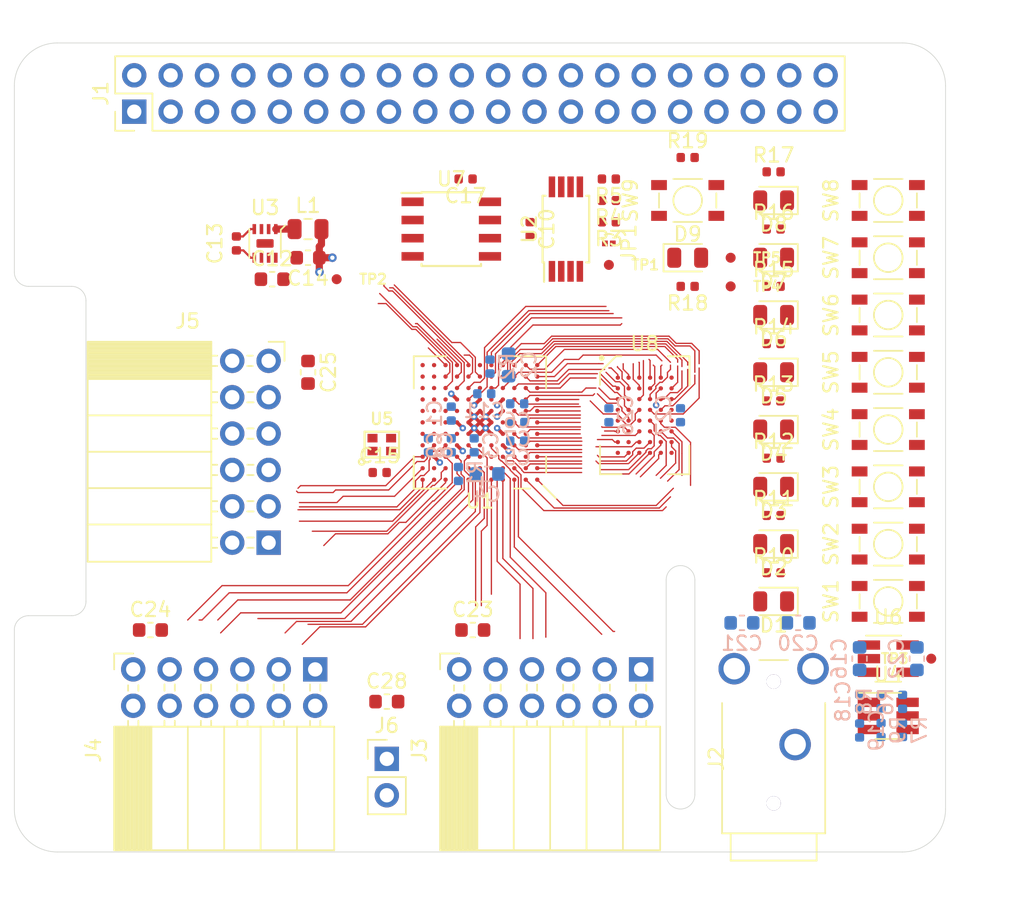
<source format=kicad_pcb>
(kicad_pcb (version 20171130) (host pcbnew 5.1.2+dfsg1-1)
  (layers (0 F.Cu signal) (1 In1.Cu power hide) (2 In2.Cu power) (31 B.Cu signal) (34 B.Paste user) (35 F.Paste user) (36 B.SilkS user hide) (37 F.SilkS user hide) (38 B.Mask user) (39 F.Mask user) (44 Edge.Cuts user))
  (net 0 "")
  (net 1 GND)
  (net 2 +1V2)
  (net 3 "Net-(C2-Pad2)")
  (net 4 "Net-(C2-Pad1)")
  (net 5 "Net-(C4-Pad2)")
  (net 6 "Net-(C4-Pad1)")
  (net 7 +3V3)
  (net 8 +5V)
  (net 9 "Net-(C13-Pad2)")
  (net 10 "Net-(C18-Pad1)")
  (net 11 "Net-(C19-Pad1)")
  (net 12 "Net-(C20-Pad1)")
  (net 13 "Net-(C21-Pad1)")
  (net 14 +3.3VDAC)
  (net 15 "Net-(D1-Pad1)")
  (net 16 /LED0)
  (net 17 /LED1)
  (net 18 "Net-(D2-Pad1)")
  (net 19 "Net-(D3-Pad1)")
  (net 20 /LED2)
  (net 21 /LED3)
  (net 22 "Net-(D4-Pad1)")
  (net 23 /LED4)
  (net 24 "Net-(D5-Pad1)")
  (net 25 "Net-(D6-Pad1)")
  (net 26 /LED5)
  (net 27 /LED6)
  (net 28 "Net-(D7-Pad1)")
  (net 29 "Net-(D8-Pad1)")
  (net 30 /LED7)
  (net 31 /GP13_FPGA_CDONE)
  (net 32 "Net-(J1-Pad3)")
  (net 33 "Net-(J1-Pad5)")
  (net 34 "Net-(J1-Pad7)")
  (net 35 /GP14_UART_TXD)
  (net 36 /GP15_UART_RXD)
  (net 37 "Net-(J1-Pad11)")
  (net 38 "Net-(J1-Pad12)")
  (net 39 /GP27_SDIO_DAT3)
  (net 40 /GP22_SDIO_CLK)
  (net 41 /GP23_SDIO_CMD)
  (net 42 /GP24_SDIO_DAT0)
  (net 43 /GP10_SPI_MOSI)
  (net 44 /GP9_SPI_MISO)
  (net 45 /GP25_SDIO_DAT1)
  (net 46 /GP11_SPI_SCK)
  (net 47 /GP8_SPI_~CS)
  (net 48 "Net-(J1-Pad26)")
  (net 49 /ID_SD)
  (net 50 /ID_SC)
  (net 51 "Net-(J1-Pad29)")
  (net 52 "Net-(J1-Pad31)")
  (net 53 /GP12_FPGA_~RST)
  (net 54 "Net-(J1-Pad35)")
  (net 55 "Net-(J1-Pad36)")
  (net 56 /GP26_SDIO_DAT2)
  (net 57 "Net-(J1-Pad38)")
  (net 58 "Net-(J1-Pad40)")
  (net 59 /IO0_0)
  (net 60 /IO0_1)
  (net 61 /IO0_2)
  (net 62 /IO0_3)
  (net 63 /IO0_4)
  (net 64 /IO0_5)
  (net 65 /IO0_6)
  (net 66 /IO0_7)
  (net 67 /IO1_7)
  (net 68 /IO1_6)
  (net 69 /IO1_5)
  (net 70 /IO1_4)
  (net 71 /IO1_3)
  (net 72 /IO1_2)
  (net 73 /IO1_1)
  (net 74 /IO1_0)
  (net 75 /IO2_0)
  (net 76 /IO2_1)
  (net 77 /IO2_2)
  (net 78 /IO2_3)
  (net 79 /IO2_4)
  (net 80 /IO2_5)
  (net 81 /IO2_6)
  (net 82 /IO2_7)
  (net 83 "Net-(JP1-Pad1)")
  (net 84 "Net-(L1-Pad1)")
  (net 85 "Net-(R6-Pad2)")
  (net 86 "Net-(R7-Pad2)")
  (net 87 /SW0)
  (net 88 /SW1)
  (net 89 /SW2)
  (net 90 /SW3)
  (net 91 /SW4)
  (net 92 /SW5)
  (net 93 /SW6)
  (net 94 /SW7)
  (net 95 /SRAM_DQ0)
  (net 96 /SRAM_DQ5)
  (net 97 /SRAM_DQ7)
  (net 98 /SRAM_DQ6)
  (net 99 /SRAM_DQ12)
  (net 100 /SRAM_A9)
  (net 101 /SRAM_A2)
  (net 102 /SRAM_A4)
  (net 103 /SRAM_A5)
  (net 104 /SRAM_A10)
  (net 105 /SRAM_DQ1)
  (net 106 /SRAM_DQ4)
  (net 107 /SRAM_DQ8)
  (net 108 /SRAM_DQ10)
  (net 109 /SRAM_DQ13)
  (net 110 /SRAM_DQ15)
  (net 111 /SRAM_A3)
  (net 112 /SRAM_A7)
  (net 113 /SRAM_A6)
  (net 114 /SRAM_A12)
  (net 115 /SRAM_DQ3)
  (net 116 /SRAM_DQ9)
  (net 117 /SRAM_DQ11)
  (net 118 /SRAM_A8)
  (net 119 /SRAM_A0)
  (net 120 /SRAM_A1)
  (net 121 /SRAM_A11)
  (net 122 /SRAM_A13)
  (net 123 /SRAM_A15)
  (net 124 /SRAM_DQ2)
  (net 125 /SRAM_DQ14)
  (net 126 /SRAM_A14)
  (net 127 /SRAM_A17)
  (net 128 /SRAM_A16)
  (net 129 /SRAM_~WE)
  (net 130 /SRAM_~OE)
  (net 131 /SRAM_~LB)
  (net 132 /SRAM_~UB)
  (net 133 /AUDIO_R_PWM)
  (net 134 "Net-(U1-PadB10)")
  (net 135 /CLK_OSC)
  (net 136 /AUDIO_L_PWM)
  (module Capacitor_SMD:C_0402_1005Metric (layer B.Cu) (at 128.9 108.1 90)
    (fp_text reference C8 (at 0 1.17 90) (layer B.SilkS) (effects (justify mirror)))
    (fp_text value 100n)
    (pad 2 smd roundrect (at 0.485 0 90) (size 0.59 0.64) (layers B.Cu B.Paste B.Mask) (net 1 GND))
    (pad 1 smd roundrect (at -0.485 0 90) (size 0.59 0.64) (layers B.Cu B.Paste B.Mask) (net 7 +3V3))
  )
  (module fpga_hat:BGA-121_11x11_9.0x9.0mm (layer F.Cu) (at 132.5 106.5 180)
    (fp_text reference U1 (at 0 -5.5) (layer F.SilkS))
    (fp_text value iCE40-HX8k-BG121)
    (pad A1 smd circle (at -4 -4 180) (size 0.3 0.3) (layers F.Cu F.Paste F.Mask) (net 79 /IO2_4))
    (pad B1 smd circle (at -4 -3.2 180) (size 0.3 0.3) (layers F.Cu F.Paste F.Mask) (net 95 /SRAM_DQ0))
    (pad C1 smd circle (at -4 -2.4 180) (size 0.3 0.3) (layers F.Cu F.Paste F.Mask) (net 96 /SRAM_DQ5))
    (pad D1 smd circle (at -4 -1.6 180) (size 0.3 0.3) (layers F.Cu F.Paste F.Mask) (net 97 /SRAM_DQ7))
    (pad E1 smd circle (at -4 -0.8 180) (size 0.3 0.3) (layers F.Cu F.Paste F.Mask) (net 98 /SRAM_DQ6))
    (pad F1 smd circle (at -4 0 180) (size 0.3 0.3) (layers F.Cu F.Paste F.Mask) (net 119 /SRAM_A0))
    (pad G1 smd circle (at -4 0.8 180) (size 0.3 0.3) (layers F.Cu F.Paste F.Mask) (net 117 /SRAM_DQ11))
    (pad H1 smd circle (at -4 1.6 180) (size 0.3 0.3) (layers F.Cu F.Paste F.Mask) (net 101 /SRAM_A2))
    (pad J1 smd circle (at -4 2.4 180) (size 0.3 0.3) (layers F.Cu F.Paste F.Mask) (net 102 /SRAM_A4))
    (pad K1 smd circle (at -4 3.2 180) (size 0.3 0.3) (layers F.Cu F.Paste F.Mask) (net 103 /SRAM_A5))
    (pad L1 smd circle (at -4 4 180) (size 0.3 0.3) (layers F.Cu F.Paste F.Mask) (net 104 /SRAM_A10))
    (pad A2 smd circle (at -3.2 -4 180) (size 0.3 0.3) (layers F.Cu F.Paste F.Mask) (net 77 /IO2_2))
    (pad B2 smd circle (at -3.2 -3.2 180) (size 0.3 0.3) (layers F.Cu F.Paste F.Mask) (net 105 /SRAM_DQ1))
    (pad C2 smd circle (at -3.2 -2.4 180) (size 0.3 0.3) (layers F.Cu F.Paste F.Mask) (net 106 /SRAM_DQ4))
    (pad D2 smd circle (at -3.2 -1.6 180) (size 0.3 0.3) (layers F.Cu F.Paste F.Mask) (net 107 /SRAM_DQ8))
    (pad E2 smd circle (at -3.2 -0.8 180) (size 0.3 0.3) (layers F.Cu F.Paste F.Mask) (net 108 /SRAM_DQ10))
    (pad F2 smd circle (at -3.2 0 180) (size 0.3 0.3) (layers F.Cu F.Paste F.Mask) (net 109 /SRAM_DQ13))
    (pad G2 smd circle (at -3.2 0.8 180) (size 0.3 0.3) (layers F.Cu F.Paste F.Mask) (net 110 /SRAM_DQ15))
    (pad H2 smd circle (at -3.2 1.6 180) (size 0.3 0.3) (layers F.Cu F.Paste F.Mask) (net 111 /SRAM_A3))
    (pad J2 smd circle (at -3.2 2.4 180) (size 0.3 0.3) (layers F.Cu F.Paste F.Mask) (net 112 /SRAM_A7))
    (pad K2 smd circle (at -3.2 3.2 180) (size 0.3 0.3) (layers F.Cu F.Paste F.Mask) (net 113 /SRAM_A6))
    (pad L2 smd circle (at -3.2 4 180) (size 0.3 0.3) (layers F.Cu F.Paste F.Mask) (net 114 /SRAM_A12))
    (pad A3 smd circle (at -2.4 -4 180) (size 0.3 0.3) (layers F.Cu F.Paste F.Mask) (net 78 /IO2_3))
    (pad B3 smd circle (at -2.4 -3.2 180) (size 0.3 0.3) (layers F.Cu F.Paste F.Mask) (net 76 /IO2_1))
    (pad C3 smd circle (at -2.4 -2.4 180) (size 0.3 0.3) (layers F.Cu F.Paste F.Mask) (net 115 /SRAM_DQ3))
    (pad D3 smd circle (at -2.4 -1.6 180) (size 0.3 0.3) (layers F.Cu F.Paste F.Mask) (net 116 /SRAM_DQ9))
    (pad E3 smd circle (at -2.4 -0.8 180) (size 0.3 0.3) (layers F.Cu F.Paste F.Mask) (net 100 /SRAM_A9))
    (pad F3 smd circle (at -2.4 0 180) (size 0.3 0.3) (layers F.Cu F.Paste F.Mask) (net 118 /SRAM_A8))
    (pad G3 smd circle (at -2.4 0.8 180) (size 0.3 0.3) (layers F.Cu F.Paste F.Mask) (net 99 /SRAM_DQ12))
    (pad H3 smd circle (at -2.4 1.6 180) (size 0.3 0.3) (layers F.Cu F.Paste F.Mask) (net 120 /SRAM_A1))
    (pad J3 smd circle (at -2.4 2.4 180) (size 0.3 0.3) (layers F.Cu F.Paste F.Mask) (net 121 /SRAM_A11))
    (pad K3 smd circle (at -2.4 3.2 180) (size 0.3 0.3) (layers F.Cu F.Paste F.Mask) (net 122 /SRAM_A13))
    (pad L3 smd circle (at -2.4 4 180) (size 0.3 0.3) (layers F.Cu F.Paste F.Mask) (net 123 /SRAM_A15))
    (pad A4 smd circle (at -1.6 -4 180) (size 0.3 0.3) (layers F.Cu F.Paste F.Mask) (net 68 /IO1_6))
    (pad B4 smd circle (at -1.6 -3.2 180) (size 0.3 0.3) (layers F.Cu F.Paste F.Mask) (net 75 /IO2_0))
    (pad C4 smd circle (at -1.6 -2.4 180) (size 0.3 0.3) (layers F.Cu F.Paste F.Mask) (net 124 /SRAM_DQ2))
    (pad D4 smd circle (at -1.6 -1.6 180) (size 0.3 0.3) (layers F.Cu F.Paste F.Mask) (net 2 +1V2))
    (pad E4 smd circle (at -1.6 -0.8 180) (size 0.3 0.3) (layers F.Cu F.Paste F.Mask) (net 7 +3V3))
    (pad F4 smd circle (at -1.6 0 180) (size 0.3 0.3) (layers F.Cu F.Paste F.Mask) (net 125 /SRAM_DQ14))
    (pad G4 smd circle (at -1.6 0.8 180) (size 0.3 0.3) (layers F.Cu F.Paste F.Mask) (net 7 +3V3))
    (pad H4 smd circle (at -1.6 1.6 180) (size 0.3 0.3) (layers F.Cu F.Paste F.Mask) (net 2 +1V2))
    (pad J4 smd circle (at -1.6 2.4 180) (size 0.3 0.3) (layers F.Cu F.Paste F.Mask) (net 126 /SRAM_A14))
    (pad K4 smd circle (at -1.6 3.2 180) (size 0.3 0.3) (layers F.Cu F.Paste F.Mask) (net 127 /SRAM_A17))
    (pad L4 smd circle (at -1.6 4 180) (size 0.3 0.3) (layers F.Cu F.Paste F.Mask) (net 128 /SRAM_A16))
    (pad A5 smd circle (at -0.8 -4 180) (size 0.3 0.3) (layers F.Cu F.Paste F.Mask) (net 70 /IO1_4))
    (pad B5 smd circle (at -0.8 -3.2 180) (size 0.3 0.3) (layers F.Cu F.Paste F.Mask) (net 69 /IO1_5))
    (pad C5 smd circle (at -0.8 -2.4 180) (size 0.3 0.3) (layers F.Cu F.Paste F.Mask) (net 5 "Net-(C4-Pad2)"))
    (pad D5 smd circle (at -0.8 -1.6 180) (size 0.3 0.3) (layers F.Cu F.Paste F.Mask) (net 67 /IO1_7))
    (pad E5 smd circle (at -0.8 -0.8 180) (size 0.3 0.3) (layers F.Cu F.Paste F.Mask) (net 1 GND))
    (pad F5 smd circle (at -0.8 0 180) (size 0.3 0.3) (layers F.Cu F.Paste F.Mask) (net 1 GND))
    (pad G5 smd circle (at -0.8 0.8 180) (size 0.3 0.3) (layers F.Cu F.Paste F.Mask) (net 1 GND))
    (pad H5 smd circle (at -0.8 1.6 180) (size 0.3 0.3) (layers F.Cu F.Paste F.Mask) (net 1 GND))
    (pad J5 smd circle (at -0.8 2.4 180) (size 0.3 0.3) (layers F.Cu F.Paste F.Mask) (net 129 /SRAM_~WE))
    (pad K5 smd circle (at -0.8 3.2 180) (size 0.3 0.3) (layers F.Cu F.Paste F.Mask) (net 130 /SRAM_~OE))
    (pad L5 smd circle (at -0.8 4 180) (size 0.3 0.3) (layers F.Cu F.Paste F.Mask) (net 56 /GP26_SDIO_DAT2))
    (pad A6 smd circle (at 0 -4 180) (size 0.3 0.3) (layers F.Cu F.Paste F.Mask) (net 71 /IO1_3))
    (pad B6 smd circle (at 0 -3.2 180) (size 0.3 0.3) (layers F.Cu F.Paste F.Mask) (net 81 /IO2_6))
    (pad C6 smd circle (at 0 -2.4 180) (size 0.3 0.3) (layers F.Cu F.Paste F.Mask) (net 6 "Net-(C4-Pad1)"))
    (pad D6 smd circle (at 0 -1.6 180) (size 0.3 0.3) (layers F.Cu F.Paste F.Mask) (net 7 +3V3))
    (pad E6 smd circle (at 0 -0.8 180) (size 0.3 0.3) (layers F.Cu F.Paste F.Mask) (net 1 GND))
    (pad F6 smd circle (at 0 0 180) (size 0.3 0.3) (layers F.Cu F.Paste F.Mask) (net 1 GND))
    (pad G6 smd circle (at 0 0.8 180) (size 0.3 0.3) (layers F.Cu F.Paste F.Mask) (net 1 GND))
    (pad H6 smd circle (at 0 1.6 180) (size 0.3 0.3) (layers F.Cu F.Paste F.Mask) (net 7 +3V3))
    (pad J6 smd circle (at 0 2.4 180) (size 0.3 0.3) (layers F.Cu F.Paste F.Mask) (net 4 "Net-(C2-Pad1)"))
    (pad K6 smd circle (at 0 3.2 180) (size 0.3 0.3) (layers F.Cu F.Paste F.Mask) (net 39 /GP27_SDIO_DAT3))
    (pad L6 smd circle (at 0 4 180) (size 0.3 0.3) (layers F.Cu F.Paste F.Mask) (net 3 "Net-(C2-Pad2)"))
    (pad A7 smd circle (at 0.8 -4 180) (size 0.3 0.3) (layers F.Cu F.Paste F.Mask) (net 72 /IO1_2))
    (pad B7 smd circle (at 0.8 -3.2 180) (size 0.3 0.3) (layers F.Cu F.Paste F.Mask) (net 80 /IO2_5))
    (pad C7 smd circle (at 0.8 -2.4 180) (size 0.3 0.3) (layers F.Cu F.Paste F.Mask) (net 73 /IO1_1))
    (pad D7 smd circle (at 0.8 -1.6 180) (size 0.3 0.3) (layers F.Cu F.Paste F.Mask) (net 66 /IO0_7))
    (pad E7 smd circle (at 0.8 -0.8 180) (size 0.3 0.3) (layers F.Cu F.Paste F.Mask) (net 1 GND))
    (pad F7 smd circle (at 0.8 0 180) (size 0.3 0.3) (layers F.Cu F.Paste F.Mask) (net 1 GND))
    (pad G7 smd circle (at 0.8 0.8 180) (size 0.3 0.3) (layers F.Cu F.Paste F.Mask) (net 1 GND))
    (pad H7 smd circle (at 0.8 1.6 180) (size 0.3 0.3) (layers F.Cu F.Paste F.Mask) (net 131 /SRAM_~LB))
    (pad J7 smd circle (at 0.8 2.4 180) (size 0.3 0.3) (layers F.Cu F.Paste F.Mask) (net 132 /SRAM_~UB))
    (pad K7 smd circle (at 0.8 3.2 180) (size 0.3 0.3) (layers F.Cu F.Paste F.Mask) (net 133 /AUDIO_R_PWM))
    (pad L7 smd circle (at 0.8 4 180) (size 0.3 0.3) (layers F.Cu F.Paste F.Mask) (net 41 /GP23_SDIO_CMD))
    (pad A8 smd circle (at 1.6 -4 180) (size 0.3 0.3) (layers F.Cu F.Paste F.Mask) (net 74 /IO1_0))
    (pad B8 smd circle (at 1.6 -3.2 180) (size 0.3 0.3) (layers F.Cu F.Paste F.Mask) (net 63 /IO0_4))
    (pad C8 smd circle (at 1.6 -2.4 180) (size 0.3 0.3) (layers F.Cu F.Paste F.Mask) (net 65 /IO0_6))
    (pad D8 smd circle (at 1.6 -1.6 180) (size 0.3 0.3) (layers F.Cu F.Paste F.Mask) (net 2 +1V2))
    (pad E8 smd circle (at 1.6 -0.8 180) (size 0.3 0.3) (layers F.Cu F.Paste F.Mask) (net 90 /SW3))
    (pad F8 smd circle (at 1.6 0 180) (size 0.3 0.3) (layers F.Cu F.Paste F.Mask) (net 7 +3V3))
    (pad G8 smd circle (at 1.6 0.8 180) (size 0.3 0.3) (layers F.Cu F.Paste F.Mask) (net 21 /LED3))
    (pad H8 smd circle (at 1.6 1.6 180) (size 0.3 0.3) (layers F.Cu F.Paste F.Mask) (net 2 +1V2))
    (pad J8 smd circle (at 1.6 2.4 180) (size 0.3 0.3) (layers F.Cu F.Paste F.Mask) (net 40 /GP22_SDIO_CLK))
    (pad K8 smd circle (at 1.6 3.2 180) (size 0.3 0.3) (layers F.Cu F.Paste F.Mask) (net 31 /GP13_FPGA_CDONE))
    (pad L8 smd circle (at 1.6 4 180) (size 0.3 0.3) (layers F.Cu F.Paste F.Mask) (net 42 /GP24_SDIO_DAT0))
    (pad A9 smd circle (at 2.4 -4 180) (size 0.3 0.3) (layers F.Cu F.Paste F.Mask) (net 64 /IO0_5))
    (pad B9 smd circle (at 2.4 -3.2 180) (size 0.3 0.3) (layers F.Cu F.Paste F.Mask) (net 62 /IO0_3))
    (pad C9 smd circle (at 2.4 -2.4 180) (size 0.3 0.3) (layers F.Cu F.Paste F.Mask) (net 61 /IO0_2))
    (pad D9 smd circle (at 2.4 -1.6 180) (size 0.3 0.3) (layers F.Cu F.Paste F.Mask) (net 91 /SW4))
    (pad E9 smd circle (at 2.4 -0.8 180) (size 0.3 0.3) (layers F.Cu F.Paste F.Mask) (net 89 /SW2))
    (pad F9 smd circle (at 2.4 0 180) (size 0.3 0.3) (layers F.Cu F.Paste F.Mask) (net 88 /SW1))
    (pad G9 smd circle (at 2.4 0.8 180) (size 0.3 0.3) (layers F.Cu F.Paste F.Mask) (net 27 /LED6))
    (pad H9 smd circle (at 2.4 1.6 180) (size 0.3 0.3) (layers F.Cu F.Paste F.Mask) (net 45 /GP25_SDIO_DAT1))
    (pad J9 smd circle (at 2.4 2.4 180) (size 0.3 0.3) (layers F.Cu F.Paste F.Mask) (net 44 /GP9_SPI_MISO))
    (pad K9 smd circle (at 2.4 3.2 180) (size 0.3 0.3) (layers F.Cu F.Paste F.Mask) (net 43 /GP10_SPI_MOSI))
    (pad L9 smd circle (at 2.4 4 180) (size 0.3 0.3) (layers F.Cu F.Paste F.Mask) (net 53 /GP12_FPGA_~RST))
    (pad A10 smd circle (at 3.2 -4 180) (size 0.3 0.3) (layers F.Cu F.Paste F.Mask) (net 60 /IO0_1))
    (pad B10 smd circle (at 3.2 -3.2 180) (size 0.3 0.3) (layers F.Cu F.Paste F.Mask) (net 134 "Net-(U1-PadB10)"))
    (pad C10 smd circle (at 3.2 -2.4 180) (size 0.3 0.3) (layers F.Cu F.Paste F.Mask) (net 7 +3V3))
    (pad D10 smd circle (at 3.2 -1.6 180) (size 0.3 0.3) (layers F.Cu F.Paste F.Mask) (net 94 /SW7))
    (pad E10 smd circle (at 3.2 -0.8 180) (size 0.3 0.3) (layers F.Cu F.Paste F.Mask) (net 135 /CLK_OSC))
    (pad F10 smd circle (at 3.2 0 180) (size 0.3 0.3) (layers F.Cu F.Paste F.Mask) (net 87 /SW0))
    (pad G10 smd circle (at 3.2 0.8 180) (size 0.3 0.3) (layers F.Cu F.Paste F.Mask) (net 26 /LED5))
    (pad H10 smd circle (at 3.2 1.6 180) (size 0.3 0.3) (layers F.Cu F.Paste F.Mask) (net 17 /LED1))
    (pad J10 smd circle (at 3.2 2.4 180) (size 0.3 0.3) (layers F.Cu F.Paste F.Mask) (net 20 /LED2))
    (pad K10 smd circle (at 3.2 3.2 180) (size 0.3 0.3) (layers F.Cu F.Paste F.Mask) (net 47 /GP8_SPI_~CS))
    (pad L10 smd circle (at 3.2 4 180) (size 0.3 0.3) (layers F.Cu F.Paste F.Mask) (net 46 /GP11_SPI_SCK))
    (pad A11 smd circle (at 4 -4 180) (size 0.3 0.3) (layers F.Cu F.Paste F.Mask) (net 59 /IO0_0))
    (pad B11 smd circle (at 4 -3.2 180) (size 0.3 0.3) (layers F.Cu F.Paste F.Mask) (net 36 /GP15_UART_RXD))
    (pad C11 smd circle (at 4 -2.4 180) (size 0.3 0.3) (layers F.Cu F.Paste F.Mask) (net 35 /GP14_UART_TXD))
    (pad D11 smd circle (at 4 -1.6 180) (size 0.3 0.3) (layers F.Cu F.Paste F.Mask) (net 93 /SW6))
    (pad E11 smd circle (at 4 -0.8 180) (size 0.3 0.3) (layers F.Cu F.Paste F.Mask) (net 92 /SW5))
    (pad F11 smd circle (at 4 0 180) (size 0.3 0.3) (layers F.Cu F.Paste F.Mask) (net 136 /AUDIO_L_PWM))
    (pad G11 smd circle (at 4 0.8 180) (size 0.3 0.3) (layers F.Cu F.Paste F.Mask) (net 30 /LED7))
    (pad H11 smd circle (at 4 1.6 180) (size 0.3 0.3) (layers F.Cu F.Paste F.Mask) (net 23 /LED4))
    (pad J11 smd circle (at 4 2.4 180) (size 0.3 0.3) (layers F.Cu F.Paste F.Mask) (net 82 /IO2_7))
    (pad K11 smd circle (at 4 3.2 180) (size 0.3 0.3) (layers F.Cu F.Paste F.Mask) (net 16 /LED0))
    (pad L11 smd circle (at 4 4 180) (size 0.3 0.3) (layers F.Cu F.Paste F.Mask) (net 7 +3V3))
  )
  (module fpga_hat:MOUNTHOLE_M2.5 (layer F.Cu) (at 161.5 83.5)
    (fp_text reference REF** hide)
    (fp_text value MOUNTHOLE_M2.5 hide)
    (pad "" np_thru_hole circle (at 0 0) (size 2.75 2.75) (drill 2.75) (layers *.Cu *.Mask) (thermal_gap 1.9))
  )
  (module fpga_hat:MOUNTHOLE_M2.5 (layer F.Cu) (at 161.5 133)
    (fp_text reference REF** hide)
    (fp_text value MOUNTHOLE_M2.5 hide)
    (pad "" np_thru_hole circle (at 0 0) (size 2.75 2.75) (drill 2.75) (layers *.Cu *.Mask) (thermal_gap 1.9))
  )
  (module fpga_hat:MOUNTHOLE_M2.5 (layer F.Cu) (at 103.5 133)
    (fp_text reference REF** hide)
    (fp_text value MOUNTHOLE_M2.5 hide)
    (pad "" np_thru_hole circle (at 0 0) (size 2.75 2.75) (drill 2.75) (layers *.Cu *.Mask) (thermal_gap 1.9))
  )
  (module fpga_hat:MOUNTHOLE_M2.5 (layer F.Cu) (at 103.5 83.5)
    (fp_text reference REF** hide)
    (fp_text value MOUNTHOLE_M2.5 hide)
    (pad "" np_thru_hole circle (at 0 0) (size 2.75 2.75) (drill 2.75) (layers *.Cu *.Mask) (thermal_gap 1.9))
  )
  (module Capacitor_SMD:C_0402_1005Metric (layer B.Cu) (at 130.5 105.885 270)
    (fp_text reference C1 (at 0 1.17 90) (layer B.SilkS) (effects (justify mirror)))
    (fp_text value 100n)
    (pad 2 smd roundrect (at 0.485 0 270) (size 0.59 0.64) (layers B.Cu B.Paste B.Mask) (net 1 GND))
    (pad 1 smd roundrect (at -0.485 0 270) (size 0.59 0.64) (layers B.Cu B.Paste B.Mask) (net 2 +1V2))
  )
  (module Capacitor_SMD:C_0603_1608Metric (layer B.Cu) (at 134.5 102.4875 90)
    (fp_text reference C2 (at 0 1.43 90) (layer B.SilkS) (effects (justify mirror)))
    (fp_text value 4u7)
    (pad 2 smd roundrect (at 0.7875 0 90) (size 0.875 0.95) (layers B.Cu B.Paste B.Mask) (net 3 "Net-(C2-Pad2)"))
    (pad 1 smd roundrect (at -0.7875 0 90) (size 0.875 0.95) (layers B.Cu B.Paste B.Mask) (net 4 "Net-(C2-Pad1)"))
  )
  (module Capacitor_SMD:C_0402_1005Metric (layer B.Cu) (at 132.1 108.1 90)
    (fp_text reference C3 (at 0 1.17 90) (layer B.SilkS) (effects (justify mirror)))
    (fp_text value 100n)
    (pad 1 smd roundrect (at -0.485 0 90) (size 0.59 0.64) (layers B.Cu B.Paste B.Mask) (net 2 +1V2))
    (pad 2 smd roundrect (at 0.485 0 90) (size 0.59 0.64) (layers B.Cu B.Paste B.Mask) (net 1 GND))
  )
  (module Capacitor_SMD:C_0603_1608Metric (layer B.Cu) (at 133 110.1)
    (fp_text reference C4 (at 0 1.43) (layer B.SilkS) (effects (justify mirror)))
    (fp_text value 4u7)
    (pad 1 smd roundrect (at -0.7875 0) (size 0.875 0.95) (layers B.Cu B.Paste B.Mask) (net 6 "Net-(C4-Pad1)"))
    (pad 2 smd roundrect (at 0.7875 0) (size 0.875 0.95) (layers B.Cu B.Paste B.Mask) (net 5 "Net-(C4-Pad2)"))
  )
  (module Capacitor_SMD:C_0402_1005Metric (layer B.Cu) (at 135.1 107.8)
    (fp_text reference C5 (at 0 1.17 180) (layer B.SilkS) (effects (justify mirror)))
    (fp_text value 100n)
    (pad 1 smd roundrect (at -0.485 0) (size 0.59 0.64) (layers B.Cu B.Paste B.Mask) (net 2 +1V2))
    (pad 2 smd roundrect (at 0.485 0) (size 0.59 0.64) (layers B.Cu B.Paste B.Mask) (net 1 GND))
  )
  (module Capacitor_SMD:C_0402_1005Metric (layer B.Cu) (at 135.1 105.2)
    (fp_text reference C6 (at 0 1.17) (layer B.SilkS) (effects (justify mirror)))
    (fp_text value 100n)
    (pad 2 smd roundrect (at 0.485 0) (size 0.59 0.64) (layers B.Cu B.Paste B.Mask) (net 1 GND))
    (pad 1 smd roundrect (at -0.485 0) (size 0.59 0.64) (layers B.Cu B.Paste B.Mask) (net 2 +1V2))
  )
  (module Capacitor_SMD:C_0402_1005Metric (layer B.Cu) (at 135.115 106.5)
    (fp_text reference C7 (at 0 1.17 180) (layer B.SilkS) (effects (justify mirror)))
    (fp_text value 100n)
    (pad 2 smd roundrect (at 0.485 0) (size 0.59 0.64) (layers B.Cu B.Paste B.Mask) (net 1 GND))
    (pad 1 smd roundrect (at -0.485 0) (size 0.59 0.64) (layers B.Cu B.Paste B.Mask) (net 7 +3V3))
  )
  (module Capacitor_SMD:C_0402_1005Metric (layer B.Cu) (at 130.5 108.1 270)
    (fp_text reference C9 (at 0 1.17 90) (layer B.SilkS) (effects (justify mirror)))
    (fp_text value 100n)
    (pad 2 smd roundrect (at 0.485 0 270) (size 0.59 0.64) (layers B.Cu B.Paste B.Mask) (net 1 GND))
    (pad 1 smd roundrect (at -0.485 0 270) (size 0.59 0.64) (layers B.Cu B.Paste B.Mask) (net 7 +3V3))
  )
  (module Capacitor_SMD:C_0402_1005Metric (layer F.Cu) (at 136 93 270)
    (fp_text reference C10 (at 0 -1.17 90) (layer F.SilkS))
    (fp_text value 100n)
    (pad 2 smd roundrect (at 0.485 0 270) (size 0.59 0.64) (layers F.Cu F.Paste F.Mask) (net 1 GND))
    (pad 1 smd roundrect (at -0.485 0 270) (size 0.59 0.64) (layers F.Cu F.Paste F.Mask) (net 7 +3V3))
  )
  (module Capacitor_SMD:C_0402_1005Metric (layer B.Cu) (at 132.8 104.5)
    (fp_text reference C11 (at 0 1.17) (layer B.SilkS) (effects (justify mirror)))
    (fp_text value 100n)
    (pad 1 smd roundrect (at -0.485 0) (size 0.59 0.64) (layers B.Cu B.Paste B.Mask) (net 7 +3V3))
    (pad 2 smd roundrect (at 0.485 0) (size 0.59 0.64) (layers B.Cu B.Paste B.Mask) (net 1 GND))
  )
  (module Capacitor_SMD:C_0603_1608Metric (layer F.Cu) (at 118 96.5)
    (fp_text reference C12 (at 0 -1.43) (layer F.SilkS))
    (fp_text value 4u7)
    (pad 2 smd roundrect (at 0.7875 0) (size 0.875 0.95) (layers F.Cu F.Paste F.Mask) (net 1 GND))
    (pad 1 smd roundrect (at -0.7875 0) (size 0.875 0.95) (layers F.Cu F.Paste F.Mask) (net 8 +5V))
  )
  (module Capacitor_SMD:C_0402_1005Metric (layer F.Cu) (at 115.5 94 270)
    (fp_text reference C13 (at 0 1.5 90) (layer F.SilkS))
    (fp_text value 560p)
    (pad 1 smd roundrect (at -0.485 0 270) (size 0.59 0.64) (layers F.Cu F.Paste F.Mask) (net 2 +1V2))
    (pad 2 smd roundrect (at 0.485 0 270) (size 0.59 0.64) (layers F.Cu F.Paste F.Mask) (net 9 "Net-(C13-Pad2)"))
  )
  (module Capacitor_SMD:C_0603_1608Metric (layer F.Cu) (at 120.5 95 180)
    (fp_text reference C14 (at 0 -1.43) (layer F.SilkS))
    (fp_text value 4u7)
    (pad 2 smd roundrect (at 0.7875 0 180) (size 0.875 0.95) (layers F.Cu F.Paste F.Mask) (net 1 GND))
    (pad 1 smd roundrect (at -0.7875 0 180) (size 0.875 0.95) (layers F.Cu F.Paste F.Mask) (net 2 +1V2))
  )
  (module Capacitor_SMD:C_0402_1005Metric (layer F.Cu) (at 125.5 110)
    (fp_text reference C15 (at 0 -1.17) (layer F.SilkS))
    (fp_text value 100n)
    (pad 2 smd roundrect (at 0.485 0) (size 0.59 0.64) (layers F.Cu F.Paste F.Mask) (net 1 GND))
    (pad 1 smd roundrect (at -0.485 0) (size 0.59 0.64) (layers F.Cu F.Paste F.Mask) (net 7 +3V3))
  )
  (module Capacitor_SMD:C_0603_1608Metric (layer B.Cu) (at 159 123 270)
    (fp_text reference C16 (at 0 1.43 90) (layer B.SilkS) (effects (justify mirror)))
    (fp_text value 1u)
    (pad 1 smd roundrect (at -0.7875 0 270) (size 0.875 0.95) (layers B.Cu B.Paste B.Mask) (net 8 +5V))
    (pad 2 smd roundrect (at 0.7875 0 270) (size 0.875 0.95) (layers B.Cu B.Paste B.Mask) (net 1 GND))
  )
  (module Capacitor_SMD:C_0402_1005Metric (layer F.Cu) (at 131.5 89.5 180)
    (fp_text reference C17 (at 0 -1.17) (layer F.SilkS))
    (fp_text value 100n)
    (pad 1 smd roundrect (at -0.485 0 180) (size 0.59 0.64) (layers F.Cu F.Paste F.Mask) (net 7 +3V3))
    (pad 2 smd roundrect (at 0.485 0 180) (size 0.59 0.64) (layers F.Cu F.Paste F.Mask) (net 1 GND))
  )
  (module Capacitor_SMD:C_0402_1005Metric (layer B.Cu) (at 159 125.985 270)
    (fp_text reference C18 (at 0 1.17 90) (layer B.SilkS) (effects (justify mirror)))
    (fp_text value 100n)
    (pad 1 smd roundrect (at -0.485 0 270) (size 0.59 0.64) (layers B.Cu B.Paste B.Mask) (net 10 "Net-(C18-Pad1)"))
    (pad 2 smd roundrect (at 0.485 0 270) (size 0.59 0.64) (layers B.Cu B.Paste B.Mask) (net 1 GND))
  )
  (module Capacitor_SMD:C_0402_1005Metric (layer B.Cu) (at 159 128.015 90)
    (fp_text reference C19 (at 0 1.17 90) (layer B.SilkS) (effects (justify mirror)))
    (fp_text value 100n)
    (pad 1 smd roundrect (at -0.485 0 90) (size 0.59 0.64) (layers B.Cu B.Paste B.Mask) (net 11 "Net-(C19-Pad1)"))
    (pad 2 smd roundrect (at 0.485 0 90) (size 0.59 0.64) (layers B.Cu B.Paste B.Mask) (net 1 GND))
  )
  (module Capacitor_SMD:C_0603_1608Metric (layer B.Cu) (at 154.7125 120.5)
    (fp_text reference C20 (at 0 1.43) (layer B.SilkS) (effects (justify mirror)))
    (fp_text value 4u7)
    (pad 1 smd roundrect (at -0.7875 0) (size 0.875 0.95) (layers B.Cu B.Paste B.Mask) (net 12 "Net-(C20-Pad1)"))
    (pad 2 smd roundrect (at 0.7875 0) (size 0.875 0.95) (layers B.Cu B.Paste B.Mask) (net 10 "Net-(C18-Pad1)"))
  )
  (module Capacitor_SMD:C_0603_1608Metric (layer B.Cu) (at 150.7875 120.5)
    (fp_text reference C21 (at 0 1.43) (layer B.SilkS) (effects (justify mirror)))
    (fp_text value 4u7)
    (pad 1 smd roundrect (at -0.7875 0) (size 0.875 0.95) (layers B.Cu B.Paste B.Mask) (net 13 "Net-(C21-Pad1)"))
    (pad 2 smd roundrect (at 0.7875 0) (size 0.875 0.95) (layers B.Cu B.Paste B.Mask) (net 11 "Net-(C19-Pad1)"))
  )
  (module Capacitor_SMD:C_0603_1608Metric (layer B.Cu) (at 163 123 270)
    (fp_text reference C22 (at 0 1.43 90) (layer B.SilkS) (effects (justify mirror)))
    (fp_text value 1u)
    (pad 2 smd roundrect (at 0.7875 0 270) (size 0.875 0.95) (layers B.Cu B.Paste B.Mask) (net 1 GND))
    (pad 1 smd roundrect (at -0.7875 0 270) (size 0.875 0.95) (layers B.Cu B.Paste B.Mask) (net 14 +3.3VDAC))
  )
  (module Capacitor_SMD:C_0603_1608Metric (layer F.Cu) (at 132 121)
    (fp_text reference C23 (at 0 -1.43) (layer F.SilkS))
    (fp_text value 1u)
    (pad 2 smd roundrect (at 0.7875 0) (size 0.875 0.95) (layers F.Cu F.Paste F.Mask) (net 1 GND))
    (pad 1 smd roundrect (at -0.7875 0) (size 0.875 0.95) (layers F.Cu F.Paste F.Mask) (net 7 +3V3))
  )
  (module Capacitor_SMD:C_0603_1608Metric (layer F.Cu) (at 109.5 121)
    (fp_text reference C24 (at 0 -1.43) (layer F.SilkS))
    (fp_text value 1u)
    (pad 1 smd roundrect (at -0.7875 0) (size 0.875 0.95) (layers F.Cu F.Paste F.Mask) (net 7 +3V3))
    (pad 2 smd roundrect (at 0.7875 0) (size 0.875 0.95) (layers F.Cu F.Paste F.Mask) (net 1 GND))
  )
  (module Capacitor_SMD:C_0603_1608Metric (layer F.Cu) (at 120.5 103 270)
    (fp_text reference C25 (at 0 -1.43 90) (layer F.SilkS))
    (fp_text value 1u)
    (pad 2 smd roundrect (at 0.7875 0 270) (size 0.875 0.95) (layers F.Cu F.Paste F.Mask) (net 1 GND))
    (pad 1 smd roundrect (at -0.7875 0 270) (size 0.875 0.95) (layers F.Cu F.Paste F.Mask) (net 7 +3V3))
  )
  (module Capacitor_SMD:C_0402_1005Metric (layer B.Cu) (at 141.5 106 90)
    (fp_text reference C26 (at 0 1.17 270) (layer B.SilkS) (effects (justify mirror)))
    (fp_text value 100n)
    (pad 1 smd roundrect (at -0.485 0 90) (size 0.59 0.64) (layers B.Cu B.Paste B.Mask) (net 7 +3V3))
    (pad 2 smd roundrect (at 0.485 0 90) (size 0.59 0.64) (layers B.Cu B.Paste B.Mask) (net 1 GND))
  )
  (module Capacitor_SMD:C_0402_1005Metric (layer B.Cu) (at 146.5 106 270)
    (fp_text reference C27 (at 0 1.17 270) (layer B.SilkS) (effects (justify mirror)))
    (fp_text value 100n)
    (pad 2 smd roundrect (at 0.485 0 270) (size 0.59 0.64) (layers B.Cu B.Paste B.Mask) (net 1 GND))
    (pad 1 smd roundrect (at -0.485 0 270) (size 0.59 0.64) (layers B.Cu B.Paste B.Mask) (net 7 +3V3))
  )
  (module Capacitor_SMD:C_0603_1608Metric (layer F.Cu) (at 126 126)
    (fp_text reference C28 (at 0 -1.43) (layer F.SilkS))
    (fp_text value 1u)
    (pad 1 smd roundrect (at -0.7875 0) (size 0.875 0.95) (layers F.Cu F.Paste F.Mask) (net 8 +5V))
    (pad 2 smd roundrect (at 0.7875 0) (size 0.875 0.95) (layers F.Cu F.Paste F.Mask) (net 1 GND))
  )
  (module LED_SMD:LED_0805_2012Metric (layer F.Cu) (at 153 119 180)
    (fp_text reference D1 (at 0 -1.65) (layer F.SilkS))
    (fp_text value LED)
    (pad 1 smd roundrect (at -0.9375 0 180) (size 0.975 1.4) (layers F.Cu F.Paste F.Mask) (net 15 "Net-(D1-Pad1)"))
    (pad 2 smd roundrect (at 0.9375 0 180) (size 0.975 1.4) (layers F.Cu F.Paste F.Mask) (net 16 /LED0))
  )
  (module LED_SMD:LED_0805_2012Metric (layer F.Cu) (at 153 115 180)
    (fp_text reference D2 (at 0 -1.65) (layer F.SilkS))
    (fp_text value LED)
    (pad 1 smd roundrect (at -0.9375 0 180) (size 0.975 1.4) (layers F.Cu F.Paste F.Mask) (net 18 "Net-(D2-Pad1)"))
    (pad 2 smd roundrect (at 0.9375 0 180) (size 0.975 1.4) (layers F.Cu F.Paste F.Mask) (net 17 /LED1))
  )
  (module LED_SMD:LED_0805_2012Metric (layer F.Cu) (at 153 111 180)
    (fp_text reference D3 (at 0 -1.65) (layer F.SilkS))
    (fp_text value LED)
    (pad 2 smd roundrect (at 0.9375 0 180) (size 0.975 1.4) (layers F.Cu F.Paste F.Mask) (net 20 /LED2))
    (pad 1 smd roundrect (at -0.9375 0 180) (size 0.975 1.4) (layers F.Cu F.Paste F.Mask) (net 19 "Net-(D3-Pad1)"))
  )
  (module LED_SMD:LED_0805_2012Metric (layer F.Cu) (at 153 107 180)
    (fp_text reference D4 (at 0 -1.65) (layer F.SilkS))
    (fp_text value LED)
    (pad 1 smd roundrect (at -0.9375 0 180) (size 0.975 1.4) (layers F.Cu F.Paste F.Mask) (net 22 "Net-(D4-Pad1)"))
    (pad 2 smd roundrect (at 0.9375 0 180) (size 0.975 1.4) (layers F.Cu F.Paste F.Mask) (net 21 /LED3))
  )
  (module LED_SMD:LED_0805_2012Metric (layer F.Cu) (at 153 103 180)
    (fp_text reference D5 (at 0 -1.65) (layer F.SilkS))
    (fp_text value LED)
    (pad 2 smd roundrect (at 0.9375 0 180) (size 0.975 1.4) (layers F.Cu F.Paste F.Mask) (net 23 /LED4))
    (pad 1 smd roundrect (at -0.9375 0 180) (size 0.975 1.4) (layers F.Cu F.Paste F.Mask) (net 24 "Net-(D5-Pad1)"))
  )
  (module LED_SMD:LED_0805_2012Metric (layer F.Cu) (at 153 99 180)
    (fp_text reference D6 (at 0 -1.65) (layer F.SilkS))
    (fp_text value LED)
    (pad 1 smd roundrect (at -0.9375 0 180) (size 0.975 1.4) (layers F.Cu F.Paste F.Mask) (net 25 "Net-(D6-Pad1)"))
    (pad 2 smd roundrect (at 0.9375 0 180) (size 0.975 1.4) (layers F.Cu F.Paste F.Mask) (net 26 /LED5))
  )
  (module LED_SMD:LED_0805_2012Metric (layer F.Cu) (at 153 95 180)
    (fp_text reference D7 (at 0 -1.65) (layer F.SilkS))
    (fp_text value LED)
    (pad 2 smd roundrect (at 0.9375 0 180) (size 0.975 1.4) (layers F.Cu F.Paste F.Mask) (net 27 /LED6))
    (pad 1 smd roundrect (at -0.9375 0 180) (size 0.975 1.4) (layers F.Cu F.Paste F.Mask) (net 28 "Net-(D7-Pad1)"))
  )
  (module LED_SMD:LED_0805_2012Metric (layer F.Cu) (at 153 91 180)
    (fp_text reference D8 (at 0 -1.65) (layer F.SilkS))
    (fp_text value LED)
    (pad 1 smd roundrect (at -0.9375 0 180) (size 0.975 1.4) (layers F.Cu F.Paste F.Mask) (net 29 "Net-(D8-Pad1)"))
    (pad 2 smd roundrect (at 0.9375 0 180) (size 0.975 1.4) (layers F.Cu F.Paste F.Mask) (net 30 /LED7))
  )
  (module LED_SMD:LED_0805_2012Metric (layer F.Cu) (at 147 95)
    (fp_text reference D9 (at 0 -1.65) (layer F.SilkS))
    (fp_text value LED)
    (pad 2 smd roundrect (at 0.9375 0) (size 0.975 1.4) (layers F.Cu F.Paste F.Mask) (net 31 /GP13_FPGA_CDONE))
    (pad 1 smd roundrect (at -0.9375 0) (size 0.975 1.4) (layers F.Cu F.Paste F.Mask) (net 1 GND))
  )
  (module Connector_PinHeader_2.54mm:PinHeader_2x20_P2.54mm_Vertical (layer F.Cu) (at 108.37 84.8 90)
    (fp_text reference J1 (at 1.27 -2.33 90) (layer F.SilkS))
    (fp_text value 2x20)
    (pad 1 thru_hole rect (at 0 0 90) (size 1.7 1.7) (drill 1) (layers *.Cu *.Mask) (net 7 +3V3))
    (pad 2 thru_hole oval (at 2.54 0 90) (size 1.7 1.7) (drill 1) (layers *.Cu *.Mask) (net 8 +5V))
    (pad 3 thru_hole oval (at 0 2.54 90) (size 1.7 1.7) (drill 1) (layers *.Cu *.Mask) (net 32 "Net-(J1-Pad3)"))
    (pad 4 thru_hole oval (at 2.54 2.54 90) (size 1.7 1.7) (drill 1) (layers *.Cu *.Mask) (net 8 +5V))
    (pad 5 thru_hole oval (at 0 5.08 90) (size 1.7 1.7) (drill 1) (layers *.Cu *.Mask) (net 33 "Net-(J1-Pad5)"))
    (pad 6 thru_hole oval (at 2.54 5.08 90) (size 1.7 1.7) (drill 1) (layers *.Cu *.Mask) (net 1 GND))
    (pad 7 thru_hole oval (at 0 7.62 90) (size 1.7 1.7) (drill 1) (layers *.Cu *.Mask) (net 34 "Net-(J1-Pad7)"))
    (pad 8 thru_hole oval (at 2.54 7.62 90) (size 1.7 1.7) (drill 1) (layers *.Cu *.Mask) (net 35 /GP14_UART_TXD))
    (pad 9 thru_hole oval (at 0 10.16 90) (size 1.7 1.7) (drill 1) (layers *.Cu *.Mask) (net 1 GND))
    (pad 10 thru_hole oval (at 2.54 10.16 90) (size 1.7 1.7) (drill 1) (layers *.Cu *.Mask) (net 36 /GP15_UART_RXD))
    (pad 11 thru_hole oval (at 0 12.7 90) (size 1.7 1.7) (drill 1) (layers *.Cu *.Mask) (net 37 "Net-(J1-Pad11)"))
    (pad 12 thru_hole oval (at 2.54 12.7 90) (size 1.7 1.7) (drill 1) (layers *.Cu *.Mask) (net 38 "Net-(J1-Pad12)"))
    (pad 13 thru_hole oval (at 0 15.24 90) (size 1.7 1.7) (drill 1) (layers *.Cu *.Mask) (net 39 /GP27_SDIO_DAT3))
    (pad 14 thru_hole oval (at 2.54 15.24 90) (size 1.7 1.7) (drill 1) (layers *.Cu *.Mask) (net 1 GND))
    (pad 15 thru_hole oval (at 0 17.78 90) (size 1.7 1.7) (drill 1) (layers *.Cu *.Mask) (net 40 /GP22_SDIO_CLK))
    (pad 16 thru_hole oval (at 2.54 17.78 90) (size 1.7 1.7) (drill 1) (layers *.Cu *.Mask) (net 41 /GP23_SDIO_CMD))
    (pad 17 thru_hole oval (at 0 20.32 90) (size 1.7 1.7) (drill 1) (layers *.Cu *.Mask) (net 7 +3V3))
    (pad 18 thru_hole oval (at 2.54 20.32 90) (size 1.7 1.7) (drill 1) (layers *.Cu *.Mask) (net 42 /GP24_SDIO_DAT0))
    (pad 19 thru_hole oval (at 0 22.86 90) (size 1.7 1.7) (drill 1) (layers *.Cu *.Mask) (net 43 /GP10_SPI_MOSI))
    (pad 20 thru_hole oval (at 2.54 22.86 90) (size 1.7 1.7) (drill 1) (layers *.Cu *.Mask) (net 1 GND))
    (pad 21 thru_hole oval (at 0 25.4 90) (size 1.7 1.7) (drill 1) (layers *.Cu *.Mask) (net 44 /GP9_SPI_MISO))
    (pad 22 thru_hole oval (at 2.54 25.4 90) (size 1.7 1.7) (drill 1) (layers *.Cu *.Mask) (net 45 /GP25_SDIO_DAT1))
    (pad 23 thru_hole oval (at 0 27.94 90) (size 1.7 1.7) (drill 1) (layers *.Cu *.Mask) (net 46 /GP11_SPI_SCK))
    (pad 24 thru_hole oval (at 2.54 27.94 90) (size 1.7 1.7) (drill 1) (layers *.Cu *.Mask) (net 47 /GP8_SPI_~CS))
    (pad 25 thru_hole oval (at 0 30.48 90) (size 1.7 1.7) (drill 1) (layers *.Cu *.Mask) (net 1 GND))
    (pad 26 thru_hole oval (at 2.54 30.48 90) (size 1.7 1.7) (drill 1) (layers *.Cu *.Mask) (net 48 "Net-(J1-Pad26)"))
    (pad 27 thru_hole oval (at 0 33.02 90) (size 1.7 1.7) (drill 1) (layers *.Cu *.Mask) (net 49 /ID_SD))
    (pad 28 thru_hole oval (at 2.54 33.02 90) (size 1.7 1.7) (drill 1) (layers *.Cu *.Mask) (net 50 /ID_SC))
    (pad 29 thru_hole oval (at 0 35.56 90) (size 1.7 1.7) (drill 1) (layers *.Cu *.Mask) (net 51 "Net-(J1-Pad29)"))
    (pad 30 thru_hole oval (at 2.54 35.56 90) (size 1.7 1.7) (drill 1) (layers *.Cu *.Mask) (net 1 GND))
    (pad 31 thru_hole oval (at 0 38.1 90) (size 1.7 1.7) (drill 1) (layers *.Cu *.Mask) (net 52 "Net-(J1-Pad31)"))
    (pad 32 thru_hole oval (at 2.54 38.1 90) (size 1.7 1.7) (drill 1) (layers *.Cu *.Mask) (net 53 /GP12_FPGA_~RST))
    (pad 33 thru_hole oval (at 0 40.64 90) (size 1.7 1.7) (drill 1) (layers *.Cu *.Mask) (net 31 /GP13_FPGA_CDONE))
    (pad 34 thru_hole oval (at 2.54 40.64 90) (size 1.7 1.7) (drill 1) (layers *.Cu *.Mask) (net 1 GND))
    (pad 35 thru_hole oval (at 0 43.18 90) (size 1.7 1.7) (drill 1) (layers *.Cu *.Mask) (net 54 "Net-(J1-Pad35)"))
    (pad 36 thru_hole oval (at 2.54 43.18 90) (size 1.7 1.7) (drill 1) (layers *.Cu *.Mask) (net 55 "Net-(J1-Pad36)"))
    (pad 37 thru_hole oval (at 0 45.72 90) (size 1.7 1.7) (drill 1) (layers *.Cu *.Mask) (net 56 /GP26_SDIO_DAT2))
    (pad 38 thru_hole oval (at 2.54 45.72 90) (size 1.7 1.7) (drill 1) (layers *.Cu *.Mask) (net 57 "Net-(J1-Pad38)"))
    (pad 39 thru_hole oval (at 0 48.26 90) (size 1.7 1.7) (drill 1) (layers *.Cu *.Mask) (net 1 GND))
    (pad 40 thru_hole oval (at 2.54 48.26 90) (size 1.7 1.7) (drill 1) (layers *.Cu *.Mask) (net 58 "Net-(J1-Pad40)"))
  )
  (module fpga_hat:STX-3000_TRS_3.5mm (layer F.Cu) (at 153 129 90)
    (fp_text reference J2 (at -1 -4 90) (layer F.SilkS))
    (fp_text value AudioJack3)
    (pad ~ thru_hole circle (at -4.1 0 90) (size 1 1) (drill 1) (layers *.Cu *.Mask))
    (pad ~ thru_hole circle (at 4.4 0 90) (size 1 1) (drill 1) (layers *.Cu *.Mask))
    (pad S thru_hole circle (at 0 1.5 90) (size 2.2 2.2) (drill 1.5) (layers *.Cu *.Mask) (net 1 GND))
    (pad R thru_hole circle (at 5.3 -2.75 90) (size 2.2 2.2) (drill 1.5) (layers *.Cu *.Mask) (net 13 "Net-(C21-Pad1)"))
    (pad T thru_hole circle (at 5.3 2.75 90) (size 2.2 2.2) (drill 1.5) (layers *.Cu *.Mask) (net 12 "Net-(C20-Pad1)"))
  )
  (module fpga_hat:PinSocket_2x06_P2.54mm_Horizontal (layer F.Cu) (at 143.75 123.75 90)
    (fp_text reference J3 (at -5.65 -15.47 90) (layer F.SilkS))
    (fp_text value Conn_02x06_Top_Bottom)
    (pad 6 thru_hole circle (at 0 -12.7 90) (size 1.7 1.7) (drill 1) (layers *.Cu *.Mask) (net 7 +3V3))
    (pad 12 thru_hole oval (at -2.54 -12.7 90) (size 1.7 1.7) (drill 1) (layers *.Cu *.Mask) (net 7 +3V3))
    (pad 5 thru_hole oval (at 0 -10.16 90) (size 1.7 1.7) (drill 1) (layers *.Cu *.Mask) (net 1 GND))
    (pad 11 thru_hole oval (at -2.54 -10.16 90) (size 1.7 1.7) (drill 1) (layers *.Cu *.Mask) (net 1 GND))
    (pad 4 thru_hole oval (at 0 -7.62 90) (size 1.7 1.7) (drill 1) (layers *.Cu *.Mask) (net 62 /IO0_3))
    (pad 10 thru_hole oval (at -2.54 -7.62 90) (size 1.7 1.7) (drill 1) (layers *.Cu *.Mask) (net 66 /IO0_7))
    (pad 3 thru_hole oval (at 0 -5.08 90) (size 1.7 1.7) (drill 1) (layers *.Cu *.Mask) (net 61 /IO0_2))
    (pad 9 thru_hole oval (at -2.54 -5.08 90) (size 1.7 1.7) (drill 1) (layers *.Cu *.Mask) (net 65 /IO0_6))
    (pad 2 thru_hole oval (at 0 -2.54 90) (size 1.7 1.7) (drill 1) (layers *.Cu *.Mask) (net 60 /IO0_1))
    (pad 8 thru_hole oval (at -2.54 -2.54 90) (size 1.7 1.7) (drill 1) (layers *.Cu *.Mask) (net 64 /IO0_5))
    (pad 1 thru_hole rect (at 0 0 90) (size 1.7 1.7) (drill 1) (layers *.Cu *.Mask) (net 59 /IO0_0))
    (pad 7 thru_hole oval (at -2.54 0 90) (size 1.7 1.7) (drill 1) (layers *.Cu *.Mask) (net 63 /IO0_4))
  )
  (module fpga_hat:PinSocket_2x06_P2.54mm_Horizontal (layer F.Cu) (at 121 123.75 90)
    (fp_text reference J4 (at -5.65 -15.47 90) (layer F.SilkS))
    (fp_text value Conn_02x06_Top_Bottom)
    (pad 7 thru_hole oval (at -2.54 0 90) (size 1.7 1.7) (drill 1) (layers *.Cu *.Mask) (net 70 /IO1_4))
    (pad 1 thru_hole rect (at 0 0 90) (size 1.7 1.7) (drill 1) (layers *.Cu *.Mask) (net 74 /IO1_0))
    (pad 8 thru_hole oval (at -2.54 -2.54 90) (size 1.7 1.7) (drill 1) (layers *.Cu *.Mask) (net 69 /IO1_5))
    (pad 2 thru_hole oval (at 0 -2.54 90) (size 1.7 1.7) (drill 1) (layers *.Cu *.Mask) (net 73 /IO1_1))
    (pad 9 thru_hole oval (at -2.54 -5.08 90) (size 1.7 1.7) (drill 1) (layers *.Cu *.Mask) (net 68 /IO1_6))
    (pad 3 thru_hole oval (at 0 -5.08 90) (size 1.7 1.7) (drill 1) (layers *.Cu *.Mask) (net 72 /IO1_2))
    (pad 10 thru_hole oval (at -2.54 -7.62 90) (size 1.7 1.7) (drill 1) (layers *.Cu *.Mask) (net 67 /IO1_7))
    (pad 4 thru_hole oval (at 0 -7.62 90) (size 1.7 1.7) (drill 1) (layers *.Cu *.Mask) (net 71 /IO1_3))
    (pad 11 thru_hole oval (at -2.54 -10.16 90) (size 1.7 1.7) (drill 1) (layers *.Cu *.Mask) (net 1 GND))
    (pad 5 thru_hole oval (at 0 -10.16 90) (size 1.7 1.7) (drill 1) (layers *.Cu *.Mask) (net 1 GND))
    (pad 12 thru_hole oval (at -2.54 -12.7 90) (size 1.7 1.7) (drill 1) (layers *.Cu *.Mask) (net 7 +3V3))
    (pad 6 thru_hole circle (at 0 -12.7 90) (size 1.7 1.7) (drill 1) (layers *.Cu *.Mask) (net 7 +3V3))
  )
  (module fpga_hat:PinSocket_2x06_P2.54mm_Horizontal (layer F.Cu) (at 117.75 114.9)
    (fp_text reference J5 (at -5.65 -15.47) (layer F.SilkS))
    (fp_text value Conn_02x06_Top_Bottom)
    (pad 6 thru_hole circle (at 0 -12.7) (size 1.7 1.7) (drill 1) (layers *.Cu *.Mask) (net 7 +3V3))
    (pad 12 thru_hole oval (at -2.54 -12.7) (size 1.7 1.7) (drill 1) (layers *.Cu *.Mask) (net 7 +3V3))
    (pad 5 thru_hole oval (at 0 -10.16) (size 1.7 1.7) (drill 1) (layers *.Cu *.Mask) (net 1 GND))
    (pad 11 thru_hole oval (at -2.54 -10.16) (size 1.7 1.7) (drill 1) (layers *.Cu *.Mask) (net 1 GND))
    (pad 4 thru_hole oval (at 0 -7.62) (size 1.7 1.7) (drill 1) (layers *.Cu *.Mask) (net 78 /IO2_3))
    (pad 10 thru_hole oval (at -2.54 -7.62) (size 1.7 1.7) (drill 1) (layers *.Cu *.Mask) (net 82 /IO2_7))
    (pad 3 thru_hole oval (at 0 -5.08) (size 1.7 1.7) (drill 1) (layers *.Cu *.Mask) (net 77 /IO2_2))
    (pad 9 thru_hole oval (at -2.54 -5.08) (size 1.7 1.7) (drill 1) (layers *.Cu *.Mask) (net 81 /IO2_6))
    (pad 2 thru_hole oval (at 0 -2.54) (size 1.7 1.7) (drill 1) (layers *.Cu *.Mask) (net 76 /IO2_1))
    (pad 8 thru_hole oval (at -2.54 -2.54) (size 1.7 1.7) (drill 1) (layers *.Cu *.Mask) (net 80 /IO2_5))
    (pad 1 thru_hole rect (at 0 0) (size 1.7 1.7) (drill 1) (layers *.Cu *.Mask) (net 75 /IO2_0))
    (pad 7 thru_hole oval (at -2.54 0) (size 1.7 1.7) (drill 1) (layers *.Cu *.Mask) (net 79 /IO2_4))
  )
  (module Connector_PinHeader_2.54mm:PinHeader_1x02_P2.54mm_Vertical (layer F.Cu) (at 126 130)
    (fp_text reference J6 (at 0 -2.33) (layer F.SilkS))
    (fp_text value Conn_01x02)
    (pad 1 thru_hole rect (at 0 0) (size 1.7 1.7) (drill 1) (layers *.Cu *.Mask) (net 8 +5V))
    (pad 2 thru_hole oval (at 0 2.54) (size 1.7 1.7) (drill 1) (layers *.Cu *.Mask) (net 1 GND))
  )
  (module fpga_hat:SOLDER_JUMP (layer F.Cu) (at 141.5 94 90)
    (fp_text reference JP1 (at 0 1.4 90) (layer F.SilkS))
    (fp_text value "Solder jumper")
    (pad 1 smd rect (at 0 -0.275 90) (size 0.4 0.4) (layers F.Cu F.Paste F.Mask) (net 83 "Net-(JP1-Pad1)"))
    (pad 2 smd rect (at 0 0.275 90) (size 0.4 0.4) (layers F.Cu F.Paste F.Mask) (net 1 GND))
  )
  (module Inductor_SMD:L_0805_2012Metric (layer F.Cu) (at 120.5 93)
    (fp_text reference L1 (at 0 -1.65) (layer F.SilkS))
    (fp_text value 1u)
    (pad 1 smd roundrect (at -0.9375 0) (size 0.975 1.4) (layers F.Cu F.Paste F.Mask) (net 84 "Net-(L1-Pad1)"))
    (pad 2 smd roundrect (at 0.9375 0) (size 0.975 1.4) (layers F.Cu F.Paste F.Mask) (net 2 +1V2))
  )
  (module Resistor_SMD:R_0402_1005Metric (layer B.Cu) (at 131 110.1 90)
    (fp_text reference R1 (at 0 1.17 90) (layer B.SilkS) (effects (justify mirror)))
    (fp_text value 100)
    (pad 1 smd roundrect (at -0.485 0 90) (size 0.59 0.64) (layers B.Cu B.Paste B.Mask) (net 6 "Net-(C4-Pad1)"))
    (pad 2 smd roundrect (at 0.485 0 90) (size 0.59 0.64) (layers B.Cu B.Paste B.Mask) (net 2 +1V2))
  )
  (module Resistor_SMD:R_0402_1005Metric (layer B.Cu) (at 133.2 102.6 90)
    (fp_text reference R2 (at 0 1.17 90) (layer B.SilkS) (effects (justify mirror)))
    (fp_text value 100)
    (pad 2 smd roundrect (at 0.485 0 90) (size 0.59 0.64) (layers B.Cu B.Paste B.Mask) (net 2 +1V2))
    (pad 1 smd roundrect (at -0.485 0 90) (size 0.59 0.64) (layers B.Cu B.Paste B.Mask) (net 4 "Net-(C2-Pad1)"))
  )
  (module Resistor_SMD:R_0402_1005Metric (layer F.Cu) (at 141.5 92.5 180)
    (fp_text reference R3 (at 0 -1.17) (layer F.SilkS))
    (fp_text value 470)
    (pad 1 smd roundrect (at -0.485 0 180) (size 0.59 0.64) (layers F.Cu F.Paste F.Mask) (net 7 +3V3))
    (pad 2 smd roundrect (at 0.485 0 180) (size 0.59 0.64) (layers F.Cu F.Paste F.Mask) (net 83 "Net-(JP1-Pad1)"))
  )
  (module Resistor_SMD:R_0402_1005Metric (layer F.Cu) (at 141.5 91 180)
    (fp_text reference R4 (at 0 -1.17) (layer F.SilkS))
    (fp_text value 4k7)
    (pad 1 smd roundrect (at -0.485 0 180) (size 0.59 0.64) (layers F.Cu F.Paste F.Mask) (net 7 +3V3))
    (pad 2 smd roundrect (at 0.485 0 180) (size 0.59 0.64) (layers F.Cu F.Paste F.Mask) (net 50 /ID_SC))
  )
  (module Resistor_SMD:R_0402_1005Metric (layer F.Cu) (at 141.5 89.5 180)
    (fp_text reference R5 (at 0 -1.17) (layer F.SilkS))
    (fp_text value 4k7)
    (pad 2 smd roundrect (at 0.485 0 180) (size 0.59 0.64) (layers F.Cu F.Paste F.Mask) (net 50 /ID_SC))
    (pad 1 smd roundrect (at -0.485 0 180) (size 0.59 0.64) (layers F.Cu F.Paste F.Mask) (net 7 +3V3))
  )
  (module Resistor_SMD:R_0402_1005Metric (layer B.Cu) (at 162 126.015 270)
    (fp_text reference R6 (at 0 1.17 90) (layer B.SilkS) (effects (justify mirror)))
    (fp_text value 220)
    (pad 2 smd roundrect (at 0.485 0 270) (size 0.59 0.64) (layers B.Cu B.Paste B.Mask) (net 85 "Net-(R6-Pad2)"))
    (pad 1 smd roundrect (at -0.485 0 270) (size 0.59 0.64) (layers B.Cu B.Paste B.Mask) (net 10 "Net-(C18-Pad1)"))
  )
  (module Resistor_SMD:R_0402_1005Metric (layer B.Cu) (at 162 127.985 90)
    (fp_text reference R7 (at 0 1.17 90) (layer B.SilkS) (effects (justify mirror)))
    (fp_text value 220)
    (pad 2 smd roundrect (at 0.485 0 90) (size 0.59 0.64) (layers B.Cu B.Paste B.Mask) (net 86 "Net-(R7-Pad2)"))
    (pad 1 smd roundrect (at -0.485 0 90) (size 0.59 0.64) (layers B.Cu B.Paste B.Mask) (net 11 "Net-(C19-Pad1)"))
  )
  (module Resistor_SMD:R_0402_1005Metric (layer B.Cu) (at 160.5 125.985 270)
    (fp_text reference R8 (at 0 1.17 90) (layer B.SilkS) (effects (justify mirror)))
    (fp_text value 100)
    (pad 1 smd roundrect (at -0.485 0 270) (size 0.59 0.64) (layers B.Cu B.Paste B.Mask) (net 10 "Net-(C18-Pad1)"))
    (pad 2 smd roundrect (at 0.485 0 270) (size 0.59 0.64) (layers B.Cu B.Paste B.Mask) (net 1 GND))
  )
  (module Resistor_SMD:R_0402_1005Metric (layer B.Cu) (at 160.5 127.985 90)
    (fp_text reference R9 (at 0 1.17 90) (layer B.SilkS) (effects (justify mirror)))
    (fp_text value 100)
    (pad 1 smd roundrect (at -0.485 0 90) (size 0.59 0.64) (layers B.Cu B.Paste B.Mask) (net 11 "Net-(C19-Pad1)"))
    (pad 2 smd roundrect (at 0.485 0 90) (size 0.59 0.64) (layers B.Cu B.Paste B.Mask) (net 1 GND))
  )
  (module Resistor_SMD:R_0402_1005Metric (layer F.Cu) (at 153 117)
    (fp_text reference R10 (at 0 -1.17) (layer F.SilkS))
    (fp_text value 470)
    (pad 1 smd roundrect (at -0.485 0) (size 0.59 0.64) (layers F.Cu F.Paste F.Mask) (net 1 GND))
    (pad 2 smd roundrect (at 0.485 0) (size 0.59 0.64) (layers F.Cu F.Paste F.Mask) (net 15 "Net-(D1-Pad1)"))
  )
  (module Resistor_SMD:R_0402_1005Metric (layer F.Cu) (at 153 113)
    (fp_text reference R11 (at 0 -1.17) (layer F.SilkS))
    (fp_text value 470)
    (pad 1 smd roundrect (at -0.485 0) (size 0.59 0.64) (layers F.Cu F.Paste F.Mask) (net 1 GND))
    (pad 2 smd roundrect (at 0.485 0) (size 0.59 0.64) (layers F.Cu F.Paste F.Mask) (net 18 "Net-(D2-Pad1)"))
  )
  (module Resistor_SMD:R_0402_1005Metric (layer F.Cu) (at 153 109)
    (fp_text reference R12 (at 0 -1.17) (layer F.SilkS))
    (fp_text value 470)
    (pad 2 smd roundrect (at 0.485 0) (size 0.59 0.64) (layers F.Cu F.Paste F.Mask) (net 19 "Net-(D3-Pad1)"))
    (pad 1 smd roundrect (at -0.485 0) (size 0.59 0.64) (layers F.Cu F.Paste F.Mask) (net 1 GND))
  )
  (module Resistor_SMD:R_0402_1005Metric (layer F.Cu) (at 152.985 105)
    (fp_text reference R13 (at 0 -1.17) (layer F.SilkS))
    (fp_text value 470)
    (pad 1 smd roundrect (at -0.485 0) (size 0.59 0.64) (layers F.Cu F.Paste F.Mask) (net 1 GND))
    (pad 2 smd roundrect (at 0.485 0) (size 0.59 0.64) (layers F.Cu F.Paste F.Mask) (net 22 "Net-(D4-Pad1)"))
  )
  (module Resistor_SMD:R_0402_1005Metric (layer F.Cu) (at 153 101)
    (fp_text reference R14 (at 0 -1.17) (layer F.SilkS))
    (fp_text value 470)
    (pad 2 smd roundrect (at 0.485 0) (size 0.59 0.64) (layers F.Cu F.Paste F.Mask) (net 24 "Net-(D5-Pad1)"))
    (pad 1 smd roundrect (at -0.485 0) (size 0.59 0.64) (layers F.Cu F.Paste F.Mask) (net 1 GND))
  )
  (module Resistor_SMD:R_0402_1005Metric (layer F.Cu) (at 153 97)
    (fp_text reference R15 (at 0 -1.17) (layer F.SilkS))
    (fp_text value 470)
    (pad 2 smd roundrect (at 0.485 0) (size 0.59 0.64) (layers F.Cu F.Paste F.Mask) (net 25 "Net-(D6-Pad1)"))
    (pad 1 smd roundrect (at -0.485 0) (size 0.59 0.64) (layers F.Cu F.Paste F.Mask) (net 1 GND))
  )
  (module Resistor_SMD:R_0402_1005Metric (layer F.Cu) (at 153 93)
    (fp_text reference R16 (at 0 -1.17) (layer F.SilkS))
    (fp_text value 470)
    (pad 1 smd roundrect (at -0.485 0) (size 0.59 0.64) (layers F.Cu F.Paste F.Mask) (net 1 GND))
    (pad 2 smd roundrect (at 0.485 0) (size 0.59 0.64) (layers F.Cu F.Paste F.Mask) (net 28 "Net-(D7-Pad1)"))
  )
  (module Resistor_SMD:R_0402_1005Metric (layer F.Cu) (at 153 89)
    (fp_text reference R17 (at 0 -1.17) (layer F.SilkS))
    (fp_text value 470)
    (pad 2 smd roundrect (at 0.485 0) (size 0.59 0.64) (layers F.Cu F.Paste F.Mask) (net 29 "Net-(D8-Pad1)"))
    (pad 1 smd roundrect (at -0.485 0) (size 0.59 0.64) (layers F.Cu F.Paste F.Mask) (net 1 GND))
  )
  (module Resistor_SMD:R_0402_1005Metric (layer F.Cu) (at 147 97 180)
    (fp_text reference R18 (at 0 -1.17) (layer F.SilkS))
    (fp_text value 470)
    (pad 1 smd roundrect (at -0.485 0 180) (size 0.59 0.64) (layers F.Cu F.Paste F.Mask) (net 31 /GP13_FPGA_CDONE))
    (pad 2 smd roundrect (at 0.485 0 180) (size 0.59 0.64) (layers F.Cu F.Paste F.Mask) (net 7 +3V3))
  )
  (module Resistor_SMD:R_0402_1005Metric (layer F.Cu) (at 147 88)
    (fp_text reference R19 (at 0 -1.17) (layer F.SilkS))
    (fp_text value 4k7)
    (pad 2 smd roundrect (at 0.485 0) (size 0.59 0.64) (layers F.Cu F.Paste F.Mask) (net 53 /GP12_FPGA_~RST))
    (pad 1 smd roundrect (at -0.485 0) (size 0.59 0.64) (layers F.Cu F.Paste F.Mask) (net 7 +3V3))
  )
  (module fpga_hat:PTS815 (layer F.Cu) (at 161 119 270)
    (fp_text reference SW1 (at 0 4 270) (layer F.SilkS))
    (fp_text value PTS815)
    (pad ~ smd rect (at -1.075 2) (size 1.1 0.7) (layers F.Cu F.Paste F.Mask))
    (pad ~ smd rect (at 1.075 2) (size 1.1 0.7) (layers F.Cu F.Paste F.Mask))
    (pad 2 smd rect (at 1.075 -2) (size 1.1 0.7) (layers F.Cu F.Paste F.Mask) (net 1 GND))
    (pad 1 smd rect (at -1.075 -2) (size 1.1 0.7) (layers F.Cu F.Paste F.Mask) (net 87 /SW0))
  )
  (module fpga_hat:PTS815 (layer F.Cu) (at 161 115 270)
    (fp_text reference SW2 (at 0 4 270) (layer F.SilkS))
    (fp_text value PTS815)
    (pad 1 smd rect (at -1.075 -2) (size 1.1 0.7) (layers F.Cu F.Paste F.Mask) (net 88 /SW1))
    (pad 2 smd rect (at 1.075 -2) (size 1.1 0.7) (layers F.Cu F.Paste F.Mask) (net 1 GND))
    (pad ~ smd rect (at 1.075 2) (size 1.1 0.7) (layers F.Cu F.Paste F.Mask))
    (pad ~ smd rect (at -1.075 2) (size 1.1 0.7) (layers F.Cu F.Paste F.Mask))
  )
  (module fpga_hat:PTS815 (layer F.Cu) (at 161 111 270)
    (fp_text reference SW3 (at 0 4 270) (layer F.SilkS))
    (fp_text value PTS815)
    (pad ~ smd rect (at -1.075 2) (size 1.1 0.7) (layers F.Cu F.Paste F.Mask))
    (pad ~ smd rect (at 1.075 2) (size 1.1 0.7) (layers F.Cu F.Paste F.Mask))
    (pad 2 smd rect (at 1.075 -2) (size 1.1 0.7) (layers F.Cu F.Paste F.Mask) (net 1 GND))
    (pad 1 smd rect (at -1.075 -2) (size 1.1 0.7) (layers F.Cu F.Paste F.Mask) (net 89 /SW2))
  )
  (module fpga_hat:PTS815 (layer F.Cu) (at 161 107 270)
    (fp_text reference SW4 (at 0 4 270) (layer F.SilkS))
    (fp_text value PTS815)
    (pad ~ smd rect (at -1.075 2) (size 1.1 0.7) (layers F.Cu F.Paste F.Mask))
    (pad ~ smd rect (at 1.075 2) (size 1.1 0.7) (layers F.Cu F.Paste F.Mask))
    (pad 2 smd rect (at 1.075 -2) (size 1.1 0.7) (layers F.Cu F.Paste F.Mask) (net 1 GND))
    (pad 1 smd rect (at -1.075 -2) (size 1.1 0.7) (layers F.Cu F.Paste F.Mask) (net 90 /SW3))
  )
  (module fpga_hat:PTS815 (layer F.Cu) (at 161 103 270)
    (fp_text reference SW5 (at 0 4 270) (layer F.SilkS))
    (fp_text value PTS815)
    (pad 1 smd rect (at -1.075 -2) (size 1.1 0.7) (layers F.Cu F.Paste F.Mask) (net 91 /SW4))
    (pad 2 smd rect (at 1.075 -2) (size 1.1 0.7) (layers F.Cu F.Paste F.Mask) (net 1 GND))
    (pad ~ smd rect (at 1.075 2) (size 1.1 0.7) (layers F.Cu F.Paste F.Mask))
    (pad ~ smd rect (at -1.075 2) (size 1.1 0.7) (layers F.Cu F.Paste F.Mask))
  )
  (module fpga_hat:PTS815 (layer F.Cu) (at 161 99 270)
    (fp_text reference SW6 (at 0 4 270) (layer F.SilkS))
    (fp_text value PTS815)
    (pad 1 smd rect (at -1.075 -2) (size 1.1 0.7) (layers F.Cu F.Paste F.Mask) (net 92 /SW5))
    (pad 2 smd rect (at 1.075 -2) (size 1.1 0.7) (layers F.Cu F.Paste F.Mask) (net 1 GND))
    (pad ~ smd rect (at 1.075 2) (size 1.1 0.7) (layers F.Cu F.Paste F.Mask))
    (pad ~ smd rect (at -1.075 2) (size 1.1 0.7) (layers F.Cu F.Paste F.Mask))
  )
  (module fpga_hat:PTS815 (layer F.Cu) (at 161 95 270)
    (fp_text reference SW7 (at 0 4 270) (layer F.SilkS))
    (fp_text value PTS815)
    (pad ~ smd rect (at -1.075 2) (size 1.1 0.7) (layers F.Cu F.Paste F.Mask))
    (pad ~ smd rect (at 1.075 2) (size 1.1 0.7) (layers F.Cu F.Paste F.Mask))
    (pad 2 smd rect (at 1.075 -2) (size 1.1 0.7) (layers F.Cu F.Paste F.Mask) (net 1 GND))
    (pad 1 smd rect (at -1.075 -2) (size 1.1 0.7) (layers F.Cu F.Paste F.Mask) (net 93 /SW6))
  )
  (module fpga_hat:PTS815 (layer F.Cu) (at 161 91 270)
    (fp_text reference SW8 (at 0 4 270) (layer F.SilkS))
    (fp_text value PTS815)
    (pad 1 smd rect (at -1.075 -2) (size 1.1 0.7) (layers F.Cu F.Paste F.Mask) (net 94 /SW7))
    (pad 2 smd rect (at 1.075 -2) (size 1.1 0.7) (layers F.Cu F.Paste F.Mask) (net 1 GND))
    (pad ~ smd rect (at 1.075 2) (size 1.1 0.7) (layers F.Cu F.Paste F.Mask))
    (pad ~ smd rect (at -1.075 2) (size 1.1 0.7) (layers F.Cu F.Paste F.Mask))
  )
  (module fpga_hat:PTS815 (layer F.Cu) (at 147 91 270)
    (fp_text reference SW9 (at 0 4 270) (layer F.SilkS))
    (fp_text value PTS815)
    (pad ~ smd rect (at -1.075 2) (size 1.1 0.7) (layers F.Cu F.Paste F.Mask))
    (pad ~ smd rect (at 1.075 2) (size 1.1 0.7) (layers F.Cu F.Paste F.Mask))
    (pad 2 smd rect (at 1.075 -2) (size 1.1 0.7) (layers F.Cu F.Paste F.Mask) (net 1 GND))
    (pad 1 smd rect (at -1.075 -2) (size 1.1 0.7) (layers F.Cu F.Paste F.Mask) (net 53 /GP12_FPGA_~RST))
  )
  (module fpga_hat:Testpoint_d0.7mm (layer F.Cu) (at 141.5 95.5)
    (fp_text reference TP1 (at 2.54 0) (layer F.SilkS) (effects (font (size 0.7 0.7))))
    (fp_text value TestPoint)
    (pad 1 smd circle (at 0 0) (size 0.7 0.7) (layers F.Cu F.Mask) (net 83 "Net-(JP1-Pad1)"))
  )
  (module fpga_hat:Testpoint_d0.7mm (layer F.Cu) (at 122.5 96.5)
    (fp_text reference TP2 (at 2.54 0) (layer F.SilkS) (effects (font (size 0.7 0.7))))
    (fp_text value TestPoint)
    (pad 1 smd circle (at 0 0) (size 0.7 0.7) (layers F.Cu F.Mask) (net 2 +1V2))
  )
  (module fpga_hat:Testpoint_d0.7mm (layer F.Cu) (at 164 123 180)
    (fp_text reference TP3 (at 2.54 0) (layer F.SilkS) (effects (font (size 0.7 0.7))))
    (fp_text value TestPoint)
    (pad 1 smd circle (at 0 0 180) (size 0.7 0.7) (layers F.Cu F.Mask) (net 14 +3.3VDAC))
  )
  (module fpga_hat:Testpoint_d0.7mm (layer F.Cu) (at 150 97)
    (fp_text reference TP4 (at 2.54 0) (layer F.SilkS) (effects (font (size 0.7 0.7))))
    (fp_text value TestPoint)
    (pad 1 smd circle (at 0 0) (size 0.7 0.7) (layers F.Cu F.Mask) (net 31 /GP13_FPGA_CDONE))
  )
  (module fpga_hat:Testpoint_d0.7mm (layer F.Cu) (at 150 95)
    (fp_text reference TP5 (at 2.54 0) (layer F.SilkS) (effects (font (size 0.7 0.7))))
    (fp_text value TestPoint)
    (pad 1 smd circle (at 0 0) (size 0.7 0.7) (layers F.Cu F.Mask) (net 53 /GP12_FPGA_~RST))
  )
  (module Package_SO:TSSOP-8_4.4x3mm_P0.65mm (layer F.Cu) (at 138.5 93 90)
    (fp_text reference U2 (at 0 -2.55 90) (layer F.SilkS))
    (fp_text value CAT24C32WI)
    (pad 1 smd rect (at -2.95 -0.975 90) (size 1.45 0.45) (layers F.Cu F.Paste F.Mask) (net 1 GND))
    (pad 2 smd rect (at -2.95 -0.325 90) (size 1.45 0.45) (layers F.Cu F.Paste F.Mask) (net 1 GND))
    (pad 3 smd rect (at -2.95 0.325 90) (size 1.45 0.45) (layers F.Cu F.Paste F.Mask) (net 1 GND))
    (pad 4 smd rect (at -2.95 0.975 90) (size 1.45 0.45) (layers F.Cu F.Paste F.Mask) (net 1 GND))
    (pad 5 smd rect (at 2.95 0.975 90) (size 1.45 0.45) (layers F.Cu F.Paste F.Mask) (net 49 /ID_SD))
    (pad 6 smd rect (at 2.95 0.325 90) (size 1.45 0.45) (layers F.Cu F.Paste F.Mask) (net 50 /ID_SC))
    (pad 7 smd rect (at 2.95 -0.325 90) (size 1.45 0.45) (layers F.Cu F.Paste F.Mask) (net 83 "Net-(JP1-Pad1)"))
    (pad 8 smd rect (at 2.95 -0.975 90) (size 1.45 0.45) (layers F.Cu F.Paste F.Mask) (net 7 +3V3))
  )
  (module fpga_hat:DFN8_2x2_0.5mm (layer F.Cu) (at 117.5 94 270)
    (fp_text reference U3 (at -2.5 0 180) (layer F.SilkS))
    (fp_text value MIC23050-4YML)
    (pad 1 smd rect (at -1 -0.75 270) (size 0.7 0.25) (layers F.Cu F.Paste F.Mask) (net 84 "Net-(L1-Pad1)"))
    (pad 2 smd rect (at -1 -0.25 270) (size 0.7 0.25) (layers F.Cu F.Paste F.Mask) (net 8 +5V))
    (pad 3 smd rect (at -1 0.25 270) (size 0.7 0.25) (layers F.Cu F.Paste F.Mask))
    (pad 4 smd rect (at -1 0.75 270) (size 0.7 0.25) (layers F.Cu F.Paste F.Mask) (net 2 +1V2))
    (pad 5 smd rect (at 1 0.75 270) (size 0.7 0.25) (layers F.Cu F.Paste F.Mask) (net 9 "Net-(C13-Pad2)"))
    (pad 8 smd rect (at 1 -0.75 270) (size 0.7 0.25) (layers F.Cu F.Paste F.Mask) (net 1 GND))
    (pad 7 smd rect (at 1 -0.25 270) (size 0.7 0.25) (layers F.Cu F.Paste F.Mask) (net 8 +5V))
    (pad 6 smd rect (at 1 0.25 270) (size 0.7 0.25) (layers F.Cu F.Paste F.Mask) (net 1 GND))
    (pad 8 smd roundrect (at 0 0 270) (size 0.6 1.2) (layers F.Cu F.Paste F.Mask) (roundrect_rratio 0.167) (net 1 GND))
  )
  (module Package_TO_SOT_SMD:SOT-23-6_Handsoldering (layer F.Cu) (at 161 127)
    (fp_text reference U4 (at 0 -2.9) (layer F.SilkS))
    (fp_text value 74LVC2G07)
    (pad 1 smd rect (at -1.35 -0.95) (size 1.56 0.65) (layers F.Cu F.Paste F.Mask) (net 136 /AUDIO_L_PWM))
    (pad 2 smd rect (at -1.35 0) (size 1.56 0.65) (layers F.Cu F.Paste F.Mask) (net 1 GND))
    (pad 3 smd rect (at -1.35 0.95) (size 1.56 0.65) (layers F.Cu F.Paste F.Mask) (net 133 /AUDIO_R_PWM))
    (pad 4 smd rect (at 1.35 0.95) (size 1.56 0.65) (layers F.Cu F.Paste F.Mask) (net 86 "Net-(R7-Pad2)"))
    (pad 6 smd rect (at 1.35 -0.95) (size 1.56 0.65) (layers F.Cu F.Paste F.Mask) (net 85 "Net-(R6-Pad2)"))
    (pad 5 smd rect (at 1.35 0) (size 1.56 0.65) (layers F.Cu F.Paste F.Mask) (net 14 +3.3VDAC))
  )
  (module fpga_hat:LGA4_1.6x1.2mm (layer F.Cu) (at 125.65 108.05)
    (fp_text reference U5 (at 0 -1.8) (layer F.SilkS) (effects (font (size 0.8 0.8))))
    (fp_text value DSC60XX)
    (pad 2 smd rect (at 0.65 0.45) (size 0.7 0.6) (layers F.Cu F.Paste F.Mask) (net 1 GND))
    (pad 1 smd rect (at -0.65 0.45) (size 0.7 0.6) (layers F.Cu F.Paste F.Mask) (net 7 +3V3))
    (pad 3 smd rect (at 0.65 -0.45) (size 0.7 0.6) (layers F.Cu F.Paste F.Mask) (net 135 /CLK_OSC))
    (pad 4 smd rect (at -0.65 -0.45) (size 0.7 0.6) (layers F.Cu F.Paste F.Mask) (net 7 +3V3))
  )
  (module Package_TO_SOT_SMD:SOT-23-5_HandSoldering (layer F.Cu) (at 161 123)
    (fp_text reference U6 (at 0 -2.9) (layer F.SilkS))
    (fp_text value NCP115ASN330T)
    (pad 1 smd rect (at -1.35 -0.95) (size 1.56 0.65) (layers F.Cu F.Paste F.Mask) (net 8 +5V))
    (pad 2 smd rect (at -1.35 0) (size 1.56 0.65) (layers F.Cu F.Paste F.Mask) (net 1 GND))
    (pad 3 smd rect (at -1.35 0.95) (size 1.56 0.65) (layers F.Cu F.Paste F.Mask) (net 8 +5V))
    (pad 4 smd rect (at 1.35 0.95) (size 1.56 0.65) (layers F.Cu F.Paste F.Mask))
    (pad 5 smd rect (at 1.35 -0.95) (size 1.56 0.65) (layers F.Cu F.Paste F.Mask) (net 14 +3.3VDAC))
  )
  (module Package_SO:SOIC-8_3.9x4.9mm_P1.27mm (layer F.Cu) (at 130.5 93)
    (fp_text reference U7 (at 0 -3.5) (layer F.SilkS))
    (fp_text value W25X40CL)
    (pad 1 smd rect (at -2.7 -1.905) (size 1.55 0.6) (layers F.Cu F.Paste F.Mask) (net 47 /GP8_SPI_~CS))
    (pad 2 smd rect (at -2.7 -0.635) (size 1.55 0.6) (layers F.Cu F.Paste F.Mask) (net 44 /GP9_SPI_MISO))
    (pad 3 smd rect (at -2.7 0.635) (size 1.55 0.6) (layers F.Cu F.Paste F.Mask) (net 7 +3V3))
    (pad 4 smd rect (at -2.7 1.905) (size 1.55 0.6) (layers F.Cu F.Paste F.Mask) (net 1 GND))
    (pad 5 smd rect (at 2.7 1.905) (size 1.55 0.6) (layers F.Cu F.Paste F.Mask) (net 43 /GP10_SPI_MOSI))
    (pad 6 smd rect (at 2.7 0.635) (size 1.55 0.6) (layers F.Cu F.Paste F.Mask) (net 46 /GP11_SPI_SCK))
    (pad 7 smd rect (at 2.7 -0.635) (size 1.55 0.6) (layers F.Cu F.Paste F.Mask) (net 7 +3V3))
    (pad 8 smd rect (at 2.7 -1.905) (size 1.55 0.6) (layers F.Cu F.Paste F.Mask) (net 7 +3V3))
  )
  (module fpga_hat:BGA-48_6x8_6.0x8.0mm (layer F.Cu) (at 144 106)
    (fp_text reference U8 (at 0 -5) (layer F.SilkS))
    (fp_text value IS61WV25616)
    (pad A1 smd circle (at -1.875 -2.625) (size 0.3 0.3) (layers F.Cu F.Paste F.Mask) (net 131 /SRAM_~LB))
    (pad B1 smd circle (at -1.875 -1.875) (size 0.3 0.3) (layers F.Cu F.Paste F.Mask) (net 107 /SRAM_DQ8))
    (pad C1 smd circle (at -1.875 -1.125) (size 0.3 0.3) (layers F.Cu F.Paste F.Mask) (net 116 /SRAM_DQ9))
    (pad D1 smd circle (at -1.875 -0.375) (size 0.3 0.3) (layers F.Cu F.Paste F.Mask) (net 1 GND))
    (pad E1 smd circle (at -1.875 0.375) (size 0.3 0.3) (layers F.Cu F.Paste F.Mask) (net 7 +3V3))
    (pad F1 smd circle (at -1.875 1.125) (size 0.3 0.3) (layers F.Cu F.Paste F.Mask) (net 125 /SRAM_DQ14))
    (pad G1 smd circle (at -1.875 1.875) (size 0.3 0.3) (layers F.Cu F.Paste F.Mask) (net 110 /SRAM_DQ15))
    (pad H1 smd circle (at -1.875 2.625) (size 0.3 0.3) (layers F.Cu F.Paste F.Mask))
    (pad A2 smd circle (at -1.125 -2.625) (size 0.3 0.3) (layers F.Cu F.Paste F.Mask) (net 130 /SRAM_~OE))
    (pad B2 smd circle (at -1.125 -1.875) (size 0.3 0.3) (layers F.Cu F.Paste F.Mask) (net 132 /SRAM_~UB))
    (pad C2 smd circle (at -1.125 -1.125) (size 0.3 0.3) (layers F.Cu F.Paste F.Mask) (net 108 /SRAM_DQ10))
    (pad D2 smd circle (at -1.125 -0.375) (size 0.3 0.3) (layers F.Cu F.Paste F.Mask) (net 117 /SRAM_DQ11))
    (pad E2 smd circle (at -1.125 0.375) (size 0.3 0.3) (layers F.Cu F.Paste F.Mask) (net 99 /SRAM_DQ12))
    (pad F2 smd circle (at -1.125 1.125) (size 0.3 0.3) (layers F.Cu F.Paste F.Mask) (net 109 /SRAM_DQ13))
    (pad G2 smd circle (at -1.125 1.875) (size 0.3 0.3) (layers F.Cu F.Paste F.Mask))
    (pad H2 smd circle (at -1.125 2.625) (size 0.3 0.3) (layers F.Cu F.Paste F.Mask) (net 118 /SRAM_A8))
    (pad A3 smd circle (at -0.375 -2.625) (size 0.3 0.3) (layers F.Cu F.Paste F.Mask) (net 119 /SRAM_A0))
    (pad B3 smd circle (at -0.375 -1.875) (size 0.3 0.3) (layers F.Cu F.Paste F.Mask) (net 111 /SRAM_A3))
    (pad C3 smd circle (at -0.375 -1.125) (size 0.3 0.3) (layers F.Cu F.Paste F.Mask) (net 103 /SRAM_A5))
    (pad D3 smd circle (at -0.375 -0.375) (size 0.3 0.3) (layers F.Cu F.Paste F.Mask) (net 127 /SRAM_A17))
    (pad E3 smd circle (at -0.375 0.375) (size 0.3 0.3) (layers F.Cu F.Paste F.Mask))
    (pad F3 smd circle (at -0.375 1.125) (size 0.3 0.3) (layers F.Cu F.Paste F.Mask) (net 126 /SRAM_A14))
    (pad G3 smd circle (at -0.375 1.875) (size 0.3 0.3) (layers F.Cu F.Paste F.Mask) (net 114 /SRAM_A12))
    (pad H3 smd circle (at -0.375 2.625) (size 0.3 0.3) (layers F.Cu F.Paste F.Mask) (net 100 /SRAM_A9))
    (pad A4 smd circle (at 0.375 -2.625) (size 0.3 0.3) (layers F.Cu F.Paste F.Mask) (net 120 /SRAM_A1))
    (pad B4 smd circle (at 0.375 -1.875) (size 0.3 0.3) (layers F.Cu F.Paste F.Mask) (net 102 /SRAM_A4))
    (pad C4 smd circle (at 0.375 -1.125) (size 0.3 0.3) (layers F.Cu F.Paste F.Mask) (net 113 /SRAM_A6))
    (pad D4 smd circle (at 0.375 -0.375) (size 0.3 0.3) (layers F.Cu F.Paste F.Mask) (net 112 /SRAM_A7))
    (pad E4 smd circle (at 0.375 0.375) (size 0.3 0.3) (layers F.Cu F.Paste F.Mask) (net 128 /SRAM_A16))
    (pad F4 smd circle (at 0.375 1.125) (size 0.3 0.3) (layers F.Cu F.Paste F.Mask) (net 123 /SRAM_A15))
    (pad G4 smd circle (at 0.375 1.875) (size 0.3 0.3) (layers F.Cu F.Paste F.Mask) (net 122 /SRAM_A13))
    (pad H4 smd circle (at 0.375 2.625) (size 0.3 0.3) (layers F.Cu F.Paste F.Mask) (net 104 /SRAM_A10))
    (pad A5 smd circle (at 1.125 -2.625) (size 0.3 0.3) (layers F.Cu F.Paste F.Mask) (net 101 /SRAM_A2))
    (pad B5 smd circle (at 1.125 -1.875) (size 0.3 0.3) (layers F.Cu F.Paste F.Mask) (net 1 GND))
    (pad C5 smd circle (at 1.125 -1.125) (size 0.3 0.3) (layers F.Cu F.Paste F.Mask) (net 105 /SRAM_DQ1))
    (pad D5 smd circle (at 1.125 -0.375) (size 0.3 0.3) (layers F.Cu F.Paste F.Mask) (net 115 /SRAM_DQ3))
    (pad E5 smd circle (at 1.125 0.375) (size 0.3 0.3) (layers F.Cu F.Paste F.Mask) (net 106 /SRAM_DQ4))
    (pad F5 smd circle (at 1.125 1.125) (size 0.3 0.3) (layers F.Cu F.Paste F.Mask) (net 96 /SRAM_DQ5))
    (pad G5 smd circle (at 1.125 1.875) (size 0.3 0.3) (layers F.Cu F.Paste F.Mask) (net 129 /SRAM_~WE))
    (pad H5 smd circle (at 1.125 2.625) (size 0.3 0.3) (layers F.Cu F.Paste F.Mask) (net 121 /SRAM_A11))
    (pad A6 smd circle (at 1.875 -2.625) (size 0.3 0.3) (layers F.Cu F.Paste F.Mask))
    (pad B6 smd circle (at 1.875 -1.875) (size 0.3 0.3) (layers F.Cu F.Paste F.Mask) (net 95 /SRAM_DQ0))
    (pad C6 smd circle (at 1.875 -1.125) (size 0.3 0.3) (layers F.Cu F.Paste F.Mask) (net 124 /SRAM_DQ2))
    (pad D6 smd circle (at 1.875 -0.375) (size 0.3 0.3) (layers F.Cu F.Paste F.Mask) (net 7 +3V3))
    (pad E6 smd circle (at 1.875 0.375) (size 0.3 0.3) (layers F.Cu F.Paste F.Mask) (net 1 GND))
    (pad F6 smd circle (at 1.875 1.125) (size 0.3 0.3) (layers F.Cu F.Paste F.Mask) (net 98 /SRAM_DQ6))
    (pad G6 smd circle (at 1.875 1.875) (size 0.3 0.3) (layers F.Cu F.Paste F.Mask) (net 97 /SRAM_DQ7))
    (pad H6 smd circle (at 1.875 2.625) (size 0.3 0.3) (layers F.Cu F.Paste F.Mask))
  )
  (gr_line (start 100 121) (end 100 133.5) (layer Edge.Cuts) (width 0.05))
  (gr_line (start 105 98) (end 105 119) (layer Edge.Cuts) (width 0.05))
  (gr_line (start 100 83) (end 100 96) (layer Edge.Cuts) (width 0.05))
  (gr_arc (start 101 121) (end 101 120) (angle -90) (layer Edge.Cuts) (width 0.05))
  (gr_arc (start 104 98) (end 105 98) (angle -90) (layer Edge.Cuts) (width 0.05))
  (gr_arc (start 104 119) (end 104 120) (angle -90) (layer Edge.Cuts) (width 0.05))
  (gr_line (start 101 97) (end 104 97) (layer Edge.Cuts) (width 0.05))
  (gr_line (start 101 120) (end 104 120) (layer Edge.Cuts) (width 0.05))
  (gr_arc (start 101 96) (end 100 96) (angle -90) (layer Edge.Cuts) (width 0.05))
  (gr_line (start 165 83) (end 165 133.5) (layer Edge.Cuts) (width 0.05))
  (gr_line (start 145.5 117.5) (end 145.5 132.5) (layer Edge.Cuts) (width 0.05))
  (gr_line (start 147.5 132.5) (end 147.5 117.5) (layer Edge.Cuts) (width 0.05))
  (gr_arc (start 146.5 117.5) (end 147.5 117.5) (angle -180) (layer Edge.Cuts) (width 0.05))
  (gr_arc (start 146.5 132.5) (end 145.5 132.5) (angle -180) (layer Edge.Cuts) (width 0.05))
  (gr_arc (start 162 83) (end 165 83) (angle -90) (layer Edge.Cuts) (width 0.05))
  (gr_arc (start 162 133.5) (end 162 136.5) (angle -90) (layer Edge.Cuts) (width 0.05))
  (gr_arc (start 103 133.5) (end 100 133.5) (angle -90) (layer Edge.Cuts) (width 0.05))
  (gr_arc (start 103 83) (end 103 80) (angle -90) (layer Edge.Cuts) (width 0.05))
  (gr_line (start 162 136.5) (end 103 136.5) (layer Edge.Cuts) (width 0.05))
  (gr_line (start 103 80) (end 162 80) (layer Edge.Cuts) (width 0.05))
  (via (at 132.1 106.1) (size 0.45) (drill 0.2) (layers F.Cu B.Cu) (net 1))
  (segment (start 131.7 105.7) (end 132.1 106.1) (width 0.25) (layer F.Cu) (net 1))
  (segment (start 132.5 105.7) (end 132.1 106.1) (width 0.25) (layer F.Cu) (net 1))
  (segment (start 131.7 106.5) (end 132.1 106.1) (width 0.25) (layer F.Cu) (net 1))
  (via (at 132.1 106.9) (size 0.45) (drill 0.2) (layers F.Cu B.Cu) (net 1))
  (segment (start 131.7 106.5) (end 132.1 106.9) (width 0.25) (layer F.Cu) (net 1))
  (segment (start 131.7 107.3) (end 132.1 106.9) (width 0.25) (layer F.Cu) (net 1))
  (segment (start 132.5 107.3) (end 132.1 106.9) (width 0.25) (layer F.Cu) (net 1))
  (segment (start 132.5 106.5) (end 132.1 106.9) (width 0.25) (layer F.Cu) (net 1))
  (via (at 132.9 106.9) (size 0.45) (drill 0.2) (layers F.Cu B.Cu) (net 1))
  (segment (start 132.5 106.5) (end 132.9 106.9) (width 0.25) (layer F.Cu) (net 1))
  (segment (start 132.5 107.3) (end 132.9 106.9) (width 0.25) (layer F.Cu) (net 1))
  (segment (start 132.9 106.9) (end 133.3 107.3) (width 0.25) (layer F.Cu) (net 1))
  (segment (start 133.3 106.5) (end 132.9 106.9) (width 0.25) (layer F.Cu) (net 1))
  (via (at 132.9 106.1) (size 0.45) (drill 0.2) (layers F.Cu B.Cu) (net 1))
  (segment (start 132.5 106.5) (end 132.9 106.1) (width 0.25) (layer F.Cu) (net 1))
  (segment (start 133.3 105.7) (end 132.9 106.1) (width 0.25) (layer F.Cu) (net 1))
  (segment (start 132.5 105.7) (end 132.9 106.1) (width 0.25) (layer F.Cu) (net 1))
  (segment (start 132.9 106.1) (end 133.3 106.5) (width 0.25) (layer F.Cu) (net 1))
  (segment (start 132.1 106.1) (end 132.5 106.5) (width 0.25) (layer F.Cu) (net 1))
  (segment (start 145.125 104.125) (end 144.796178 104.453822) (width 0.09) (layer F.Cu) (net 1))
  (segment (start 144.796178 104.453822) (end 144.796178 104.97798) (width 0.09) (layer F.Cu) (net 1))
  (segment (start 144.796178 104.97798) (end 144.796178 105.296178) (width 0.09) (layer F.Cu) (net 1))
  (via (at 144.796178 105.296178) (size 0.45) (drill 0.2) (layers F.Cu B.Cu) (net 1))
  (via (at 133.7 105.3) (size 0.45) (drill 0.2) (layers F.Cu B.Cu) (net 2))
  (segment (start 134.1 104.9) (end 133.7 105.3) (width 0.25) (layer F.Cu) (net 2))
  (via (at 134.500008 108.500008) (size 0.45) (drill 0.2) (layers F.Cu B.Cu) (net 2))
  (segment (start 134.1 108.1) (end 134.500008 108.500008) (width 0.25) (layer F.Cu) (net 2))
  (segment (start 130.9 108.1) (end 131.3 108.5) (width 0.25) (layer F.Cu) (net 2))
  (via (at 131.3 108.5) (size 0.45) (drill 0.2) (layers F.Cu B.Cu) (net 2))
  (via (at 130.5 104.5) (size 0.45) (drill 0.2) (layers F.Cu B.Cu) (net 2))
  (segment (start 130.9 104.9) (end 130.5 104.5) (width 0.25) (layer F.Cu) (net 2))
  (segment (start 121.2875 94.2125) (end 121.2875 95) (width 0.5) (layer F.Cu) (net 2))
  (segment (start 121.4375 94.0625) (end 121.2875 94.2125) (width 0.5) (layer F.Cu) (net 2))
  (segment (start 121.4375 93) (end 121.4375 94.0625) (width 0.5) (layer F.Cu) (net 2))
  (via (at 122.2 95) (size 0.6) (drill 0.3) (layers F.Cu B.Cu) (net 2))
  (segment (start 121.2875 95) (end 122.2 95) (width 0.5) (layer F.Cu) (net 2))
  (via (at 121.3 96) (size 0.6) (drill 0.3) (layers F.Cu B.Cu) (net 2))
  (segment (start 121.2875 95) (end 121.2875 95.9875) (width 0.5) (layer F.Cu) (net 2))
  (segment (start 121.2875 95.9875) (end 121.3 96) (width 0.5) (layer F.Cu) (net 2))
  (segment (start 116.475 93) (end 116.75 93) (width 0.15) (layer F.Cu) (net 2))
  (segment (start 115.5 93.515) (end 115.96 93.515) (width 0.15) (layer F.Cu) (net 2))
  (segment (start 115.96 93.515) (end 116.475 93) (width 0.15) (layer F.Cu) (net 2))
  (via (at 131.3 106.9) (size 0.45) (drill 0.2) (layers F.Cu B.Cu) (net 7))
  (segment (start 130.9 106.5) (end 131.3 106.9) (width 0.25) (layer F.Cu) (net 7))
  (via (at 132.1 105.29999) (size 0.45) (drill 0.2) (layers F.Cu B.Cu) (net 7))
  (segment (start 132.10001 105.29999) (end 132.1 105.29999) (width 0.25) (layer F.Cu) (net 7))
  (segment (start 132.5 104.9) (end 132.10001 105.29999) (width 0.25) (layer F.Cu) (net 7))
  (via (at 133.7 106.100006) (size 0.45) (drill 0.2) (layers F.Cu B.Cu) (net 7))
  (segment (start 133.7 106.1) (end 133.7 106.100006) (width 0.25) (layer F.Cu) (net 7))
  (segment (start 134.1 105.7) (end 133.7 106.1) (width 0.25) (layer F.Cu) (net 7))
  (via (at 133.7 106.900004) (size 0.45) (drill 0.2) (layers F.Cu B.Cu) (net 7))
  (segment (start 133.700004 106.900004) (end 133.7 106.900004) (width 0.25) (layer F.Cu) (net 7))
  (segment (start 134.1 107.3) (end 133.700004 106.900004) (width 0.25) (layer F.Cu) (net 7))
  (via (at 129.7 109.299994) (size 0.45) (drill 0.2) (layers F.Cu B.Cu) (net 7))
  (segment (start 129.699994 109.299994) (end 129.7 109.299994) (width 0.25) (layer F.Cu) (net 7))
  (segment (start 129.3 108.9) (end 129.699994 109.299994) (width 0.25) (layer F.Cu) (net 7))
  (segment (start 116.5 95) (end 116.75 95) (width 0.15) (layer F.Cu) (net 9))
  (segment (start 115.5 94.485) (end 115.985 94.485) (width 0.15) (layer F.Cu) (net 9))
  (segment (start 115.985 94.485) (end 116.5 95) (width 0.15) (layer F.Cu) (net 9))
  (segment (start 131.2 102.378198) (end 130.740033 101.91823) (width 0.09) (layer F.Cu) (net 31))
  (segment (start 130.9 103.3) (end 131.2 103) (width 0.09) (layer F.Cu) (net 31))
  (segment (start 130.740033 101.91823) (end 129.510901 100.689099) (width 0.09) (layer F.Cu) (net 31))
  (segment (start 131.2 103) (end 131.2 102.378198) (width 0.09) (layer F.Cu) (net 31))
  (segment (start 125.925436 110.919991) (end 119.980009 110.919991) (width 0.09) (layer F.Cu) (net 35))
  (segment (start 119.980009 110.919991) (end 119.8 111.1) (width 0.09) (layer F.Cu) (net 35))
  (segment (start 127.945427 108.9) (end 125.925436 110.919991) (width 0.09) (layer F.Cu) (net 35))
  (segment (start 128.5 108.9) (end 127.945427 108.9) (width 0.09) (layer F.Cu) (net 35))
  (segment (start 122.510895 112.1) (end 119.9 112.1) (width 0.09) (layer F.Cu) (net 36))
  (segment (start 128.5 109.7) (end 126.53998 111.66002) (width 0.09) (layer F.Cu) (net 36))
  (segment (start 122.950875 111.66002) (end 122.510895 112.1) (width 0.09) (layer F.Cu) (net 36))
  (segment (start 126.53998 111.66002) (end 122.950875 111.66002) (width 0.09) (layer F.Cu) (net 36))
  (segment (start 132.180011 101.955436) (end 131.144509 100.919934) (width 0.09) (layer F.Cu) (net 39))
  (segment (start 130.541736 100.919934) (end 126.521802 96.9) (width 0.09) (layer F.Cu) (net 39))
  (segment (start 132.180011 102.980011) (end 132.180011 101.955436) (width 0.09) (layer F.Cu) (net 39))
  (segment (start 131.144509 100.919934) (end 130.541736 100.919934) (width 0.09) (layer F.Cu) (net 39))
  (segment (start 132.5 103.3) (end 132.180011 102.980011) (width 0.09) (layer F.Cu) (net 39))
  (segment (start 131.4 102.323625) (end 126.396364 97.319989) (width 0.09) (layer F.Cu) (net 40))
  (segment (start 131.4 103.6) (end 131.4 102.323625) (width 0.09) (layer F.Cu) (net 40))
  (segment (start 126.141791 97.319989) (end 125.8 96.978198) (width 0.09) (layer F.Cu) (net 40))
  (segment (start 130.9 104.1) (end 131.4 103.6) (width 0.09) (layer F.Cu) (net 40))
  (segment (start 125.8 96.978198) (end 125.8 96.9) (width 0.09) (layer F.Cu) (net 40))
  (segment (start 126.396364 97.319989) (end 126.141791 97.319989) (width 0.09) (layer F.Cu) (net 40))
  (segment (start 126.430948 97.1) (end 126.2 97.1) (width 0.09) (layer F.Cu) (net 41))
  (segment (start 131.7 102.5) (end 131.7 102.369052) (width 0.09) (layer F.Cu) (net 41))
  (segment (start 131.7 102.369052) (end 126.430948 97.1) (width 0.09) (layer F.Cu) (net 41))
  (segment (start 130.9 102.5) (end 130.9 102.369052) (width 0.09) (layer F.Cu) (net 42))
  (segment (start 130.9 102.369052) (end 128.130948 99.6) (width 0.09) (layer F.Cu) (net 42))
  (segment (start 128.130948 99.6) (end 128 99.6) (width 0.09) (layer F.Cu) (net 42))
  (segment (start 130.1 103.3) (end 130.4 103) (width 0.09) (layer F.Cu) (net 43))
  (segment (start 130.4 103) (end 130.4 102.5) (width 0.09) (layer F.Cu) (net 43))
  (segment (start 130.4 102.378198) (end 128.021801 99.999999) (width 0.09) (layer F.Cu) (net 43))
  (segment (start 127.745426 99.999998) (end 125.945428 98.2) (width 0.09) (layer F.Cu) (net 43))
  (segment (start 130.4 102.5) (end 130.4 102.378198) (width 0.09) (layer F.Cu) (net 43))
  (segment (start 128.021801 99.999999) (end 127.745426 99.999998) (width 0.09) (layer F.Cu) (net 43))
  (segment (start 125.945428 98.2) (end 125.4 98.2) (width 0.09) (layer F.Cu) (net 43))
  (segment (start 128.096364 99.819989) (end 127.819989 99.819989) (width 0.09) (layer F.Cu) (net 44))
  (segment (start 130.580011 102.303636) (end 128.096364 99.819989) (width 0.09) (layer F.Cu) (net 44))
  (segment (start 130.580011 103.619989) (end 130.580011 102.303636) (width 0.09) (layer F.Cu) (net 44))
  (segment (start 127.819989 99.819989) (end 125.5 97.5) (width 0.09) (layer F.Cu) (net 44))
  (segment (start 130.1 104.1) (end 130.580011 103.619989) (width 0.09) (layer F.Cu) (net 44))
  (segment (start 130.1 102.5) (end 128.9 101.3) (width 0.09) (layer F.Cu) (net 53))
  (segment (start 136 98.9) (end 141.8 98.9) (width 0.09) (layer F.Cu) (net 56))
  (segment (start 133.3 102.5) (end 133.3 101.6) (width 0.09) (layer F.Cu) (net 56))
  (segment (start 133.3 101.6) (end 136 98.9) (width 0.09) (layer F.Cu) (net 56))
  (segment (start 128.5 110.5) (end 128.5 111) (width 0.09) (layer F.Cu) (net 59))
  (segment (start 128.5 111) (end 126.9 112.6) (width 0.09) (layer F.Cu) (net 59))
  (segment (start 126.9 112.6) (end 119.8 112.6) (width 0.09) (layer F.Cu) (net 59))
  (segment (start 129.3 110.5) (end 126.4 113.4) (width 0.09) (layer F.Cu) (net 60))
  (segment (start 126.4 113.4) (end 119.9 113.4) (width 0.09) (layer F.Cu) (net 60))
  (segment (start 123.309146 117.9) (end 114.5 117.9) (width 0.09) (layer F.Cu) (net 61))
  (segment (start 127.960022 113.249124) (end 123.309146 117.9) (width 0.09) (layer F.Cu) (net 61))
  (segment (start 130.565012 110.711363) (end 129.296364 111.980011) (width 0.09) (layer F.Cu) (net 61))
  (segment (start 114.5 117.9) (end 112.1 120.3) (width 0.09) (layer F.Cu) (net 61))
  (segment (start 130.1 108.9) (end 130.565012 109.365012) (width 0.09) (layer F.Cu) (net 61))
  (segment (start 129.296364 111.980011) (end 129.219989 111.980011) (width 0.09) (layer F.Cu) (net 61))
  (segment (start 129.219989 111.980011) (end 127.960022 113.239978) (width 0.09) (layer F.Cu) (net 61))
  (segment (start 130.565012 109.365012) (end 130.565012 110.711363) (width 0.09) (layer F.Cu) (net 61))
  (segment (start 127.960022 113.239978) (end 127.960022 113.249124) (width 0.09) (layer F.Cu) (net 61))
  (segment (start 129.8 110.421802) (end 129.8 110) (width 0.09) (layer F.Cu) (net 62))
  (segment (start 129.8 110) (end 130.1 109.7) (width 0.09) (layer F.Cu) (net 62))
  (segment (start 129.321802 110.9) (end 129.8 110.421802) (width 0.09) (layer F.Cu) (net 62))
  (segment (start 129.2 110.9) (end 129.321802 110.9) (width 0.09) (layer F.Cu) (net 62))
  (segment (start 120.8 114.1) (end 126 114.1) (width 0.09) (layer F.Cu) (net 62))
  (segment (start 126 114.1) (end 129.2 110.9) (width 0.09) (layer F.Cu) (net 62))
  (segment (start 115.6 118.9) (end 114.2 120.3) (width 0.09) (layer F.Cu) (net 63))
  (segment (start 131.219989 110.398186) (end 131.219989 111.125439) (width 0.09) (layer F.Cu) (net 63))
  (segment (start 130.9 109.7) (end 130.9 110.078197) (width 0.09) (layer F.Cu) (net 63))
  (segment (start 123.445428 118.9) (end 115.6 118.9) (width 0.09) (layer F.Cu) (net 63))
  (segment (start 131.219989 111.125439) (end 123.445428 118.9) (width 0.09) (layer F.Cu) (net 63))
  (segment (start 130.9 110.078197) (end 131.219989 110.398186) (width 0.09) (layer F.Cu) (net 63))
  (segment (start 122.419989 114.280011) (end 121.6 115.1) (width 0.09) (layer F.Cu) (net 64))
  (segment (start 126.874561 113.480011) (end 126.074562 114.280011) (width 0.09) (layer F.Cu) (net 64))
  (segment (start 127.332121 113.480011) (end 126.874561 113.480011) (width 0.09) (layer F.Cu) (net 64))
  (segment (start 130.1 110.5) (end 130.1 110.712132) (width 0.09) (layer F.Cu) (net 64))
  (segment (start 126.074562 114.280011) (end 122.419989 114.280011) (width 0.09) (layer F.Cu) (net 64))
  (segment (start 130.1 110.712132) (end 127.332121 113.480011) (width 0.09) (layer F.Cu) (net 64))
  (segment (start 130.9 108.9) (end 131.185001 109.185001) (width 0.09) (layer F.Cu) (net 65))
  (segment (start 131.185001 110.108626) (end 131.4 110.323625) (width 0.09) (layer F.Cu) (net 65))
  (segment (start 131.185001 109.185001) (end 131.185001 110.108626) (width 0.09) (layer F.Cu) (net 65))
  (segment (start 131.4 110.323625) (end 131.4 111.2) (width 0.09) (layer F.Cu) (net 65))
  (segment (start 131.4 111.2) (end 122.8 119.8) (width 0.09) (layer F.Cu) (net 65))
  (segment (start 122.8 119.8) (end 115.8 119.8) (width 0.09) (layer F.Cu) (net 65))
  (segment (start 115.8 119.8) (end 114.4 121.2) (width 0.09) (layer F.Cu) (net 65))
  (segment (start 132.6 114.093002) (end 132.6 119.3) (width 0.09) (layer F.Cu) (net 66))
  (segment (start 133 108.978198) (end 133 113.693002) (width 0.09) (layer F.Cu) (net 66))
  (segment (start 133 113.693002) (end 132.6 114.093002) (width 0.09) (layer F.Cu) (net 66))
  (segment (start 132.406803 108.385001) (end 133 108.978198) (width 0.09) (layer F.Cu) (net 66))
  (segment (start 131.7 108.1) (end 131.985001 108.385001) (width 0.09) (layer F.Cu) (net 66))
  (segment (start 131.985001 108.385001) (end 132.406803 108.385001) (width 0.09) (layer F.Cu) (net 66))
  (segment (start 135.185001 110.363199) (end 135.185001 110.385001) (width 0.09) (layer F.Cu) (net 67))
  (segment (start 135.185001 110.363199) (end 135.185001 114.485001) (width 0.09) (layer F.Cu) (net 67))
  (segment (start 135.185001 114.485001) (end 141.8 121.1) (width 0.09) (layer F.Cu) (net 67))
  (segment (start 141.8 121.1) (end 141.9 121.1) (width 0.09) (layer F.Cu) (net 67))
  (segment (start 135.036801 110.214999) (end 135.185001 110.363199) (width 0.09) (layer F.Cu) (net 67))
  (segment (start 134.993197 110.214999) (end 135.036801 110.214999) (width 0.09) (layer F.Cu) (net 67))
  (segment (start 134.614999 109.836801) (end 134.993197 110.214999) (width 0.09) (layer F.Cu) (net 67))
  (segment (start 133.3 108.1) (end 133.3 108.312132) (width 0.09) (layer F.Cu) (net 67))
  (segment (start 134.614999 109.793197) (end 134.614999 109.836801) (width 0.09) (layer F.Cu) (net 67))
  (segment (start 133.814999 108.827131) (end 133.814999 109.036801) (width 0.09) (layer F.Cu) (net 67))
  (segment (start 133.963199 109.185001) (end 134.006803 109.185001) (width 0.09) (layer F.Cu) (net 67))
  (segment (start 133.3 108.312132) (end 133.814999 108.827131) (width 0.09) (layer F.Cu) (net 67))
  (segment (start 134.006803 109.185001) (end 134.614999 109.793197) (width 0.09) (layer F.Cu) (net 67))
  (segment (start 133.814999 109.036801) (end 133.963199 109.185001) (width 0.09) (layer F.Cu) (net 67))
  (segment (start 134.1 110.5) (end 134.1 116) (width 0.09) (layer F.Cu) (net 68))
  (segment (start 134.1 116) (end 136.2 118.1) (width 0.09) (layer F.Cu) (net 68))
  (segment (start 136.2 118.1) (end 136.2 121.6) (width 0.09) (layer F.Cu) (net 68))
  (segment (start 133.7 110.1) (end 133.7 116.2) (width 0.09) (layer F.Cu) (net 69))
  (segment (start 133.3 109.7) (end 133.7 110.1) (width 0.09) (layer F.Cu) (net 69))
  (segment (start 133.7 116.2) (end 135.3 117.8) (width 0.09) (layer F.Cu) (net 69))
  (segment (start 135.3 117.8) (end 135.3 121.6) (width 0.09) (layer F.Cu) (net 69))
  (segment (start 133.3 110.5) (end 133.3 118.5) (width 0.09) (layer F.Cu) (net 70))
  (segment (start 132.5 110.5) (end 132.5 112.8) (width 0.09) (layer F.Cu) (net 71))
  (segment (start 121.319989 120.780011) (end 120.1 122) (width 0.09) (layer F.Cu) (net 71))
  (segment (start 132.5 112.8) (end 124.519989 120.780011) (width 0.09) (layer F.Cu) (net 71))
  (segment (start 124.519989 120.780011) (end 121.319989 120.780011) (width 0.09) (layer F.Cu) (net 71))
  (segment (start 123.054572 120.2) (end 117 120.2) (width 0.09) (layer F.Cu) (net 72))
  (segment (start 131.7 110.5) (end 131.7 111.554572) (width 0.09) (layer F.Cu) (net 72))
  (segment (start 131.7 111.554572) (end 123.054572 120.2) (width 0.09) (layer F.Cu) (net 72))
  (segment (start 131.769571 110.214999) (end 131.836801 110.214999) (width 0.09) (layer F.Cu) (net 73))
  (segment (start 119.7 120.4) (end 118.9 121.2) (width 0.09) (layer F.Cu) (net 73))
  (segment (start 132 110.378198) (end 132 111.909145) (width 0.09) (layer F.Cu) (net 73))
  (segment (start 123.5 120.4) (end 119.7 120.4) (width 0.09) (layer F.Cu) (net 73))
  (segment (start 131.414999 109.860427) (end 131.769571 110.214999) (width 0.09) (layer F.Cu) (net 73))
  (segment (start 131.836801 110.214999) (end 132 110.378198) (width 0.09) (layer F.Cu) (net 73))
  (segment (start 126.73998 117.16002) (end 123.5 120.4) (width 0.09) (layer F.Cu) (net 73))
  (segment (start 132 111.909145) (end 126.749125 117.16002) (width 0.09) (layer F.Cu) (net 73))
  (segment (start 131.7 108.9) (end 131.414999 109.185001) (width 0.09) (layer F.Cu) (net 73))
  (segment (start 131.414999 109.185001) (end 131.414999 109.860427) (width 0.09) (layer F.Cu) (net 73))
  (segment (start 126.749125 117.16002) (end 126.73998 117.16002) (width 0.09) (layer F.Cu) (net 73))
  (segment (start 113.1 120.3) (end 112.9 120.3) (width 0.09) (layer F.Cu) (net 74))
  (segment (start 115 118.4) (end 113.1 120.3) (width 0.09) (layer F.Cu) (net 74))
  (segment (start 130.9 110.712132) (end 123.212132 118.4) (width 0.09) (layer F.Cu) (net 74))
  (segment (start 123.212132 118.4) (end 115 118.4) (width 0.09) (layer F.Cu) (net 74))
  (segment (start 130.9 110.5) (end 130.9 110.712132) (width 0.09) (layer F.Cu) (net 74))
  (segment (start 134.614999 110.427131) (end 134.614999 115.914999) (width 0.09) (layer F.Cu) (net 75))
  (segment (start 134.1 109.7) (end 134.1 109.912132) (width 0.09) (layer F.Cu) (net 75))
  (segment (start 134.1 109.912132) (end 134.614999 110.427131) (width 0.09) (layer F.Cu) (net 75))
  (segment (start 134.614999 115.914999) (end 137.1 118.4) (width 0.09) (layer F.Cu) (net 75))
  (segment (start 137.1 118.4) (end 137.1 121.5) (width 0.09) (layer F.Cu) (net 75))
  (segment (start 135.365012 111.065012) (end 136.960022 112.660022) (width 0.09) (layer F.Cu) (net 76))
  (segment (start 145.239978 112.660022) (end 145.5 112.4) (width 0.09) (layer F.Cu) (net 76))
  (segment (start 135.365012 110.165012) (end 135.365012 111.065012) (width 0.09) (layer F.Cu) (net 76))
  (segment (start 136.960022 112.660022) (end 145.239978 112.660022) (width 0.09) (layer F.Cu) (net 76))
  (segment (start 134.9 109.7) (end 135.365012 110.165012) (width 0.09) (layer F.Cu) (net 76))
  (segment (start 135.7 110.5) (end 137.680011 112.480011) (width 0.09) (layer F.Cu) (net 77))
  (segment (start 145.019989 112.480011) (end 145.8 111.7) (width 0.09) (layer F.Cu) (net 77))
  (segment (start 137.680011 112.480011) (end 145.019989 112.480011) (width 0.09) (layer F.Cu) (net 77))
  (segment (start 134.9 110.5) (end 134.9 115.2) (width 0.09) (layer F.Cu) (net 78))
  (segment (start 134.9 115.2) (end 141 121.3) (width 0.09) (layer F.Cu) (net 78))
  (segment (start 144.8 112.3) (end 146 111.1) (width 0.09) (layer F.Cu) (net 79))
  (segment (start 138.3 112.3) (end 144.8 112.3) (width 0.09) (layer F.Cu) (net 79))
  (segment (start 136.5 110.5) (end 138.3 112.3) (width 0.09) (layer F.Cu) (net 79))
  (segment (start 131.7 109.7) (end 132.180011 110.180011) (width 0.09) (layer F.Cu) (net 80))
  (segment (start 132.180011 110.180011) (end 132.180011 112.719989) (width 0.09) (layer F.Cu) (net 80))
  (segment (start 124.3 120.6) (end 120.5 120.6) (width 0.09) (layer F.Cu) (net 80))
  (segment (start 132.180011 112.719989) (end 124.3 120.6) (width 0.09) (layer F.Cu) (net 80))
  (segment (start 132.2 113.8) (end 132.2 119.3) (width 0.09) (layer F.Cu) (net 81))
  (segment (start 132.8 113.2) (end 132.2 113.8) (width 0.09) (layer F.Cu) (net 81))
  (segment (start 132.5 109.7) (end 132.8 110) (width 0.09) (layer F.Cu) (net 81))
  (segment (start 132.8 110) (end 132.8 113.2) (width 0.09) (layer F.Cu) (net 81))
  (segment (start 118.25 93) (end 119.5625 93) (width 0.5) (layer F.Cu) (net 84))
  (segment (start 126.7 112.4) (end 119.9 112.4) (width 0.09) (layer F.Cu) (net 91))
  (segment (start 128 111.1) (end 126.7 112.4) (width 0.09) (layer F.Cu) (net 91))
  (segment (start 128 110.578198) (end 128 111.1) (width 0.09) (layer F.Cu) (net 91))
  (segment (start 128.585001 110.214999) (end 128.363199 110.214999) (width 0.09) (layer F.Cu) (net 91))
  (segment (start 128.95 109.85) (end 128.585001 110.214999) (width 0.09) (layer F.Cu) (net 91))
  (segment (start 129.7 108.5) (end 129.278198 108.5) (width 0.09) (layer F.Cu) (net 91))
  (segment (start 130.1 108.1) (end 129.7 108.5) (width 0.09) (layer F.Cu) (net 91))
  (segment (start 129.278198 108.5) (end 129.014999 108.763199) (width 0.09) (layer F.Cu) (net 91))
  (segment (start 128.363199 110.214999) (end 128 110.578198) (width 0.09) (layer F.Cu) (net 91))
  (segment (start 128.95 109.15) (end 128.95 109.85) (width 0.09) (layer F.Cu) (net 91))
  (segment (start 129.014999 108.763199) (end 129.014999 109.085001) (width 0.09) (layer F.Cu) (net 91))
  (segment (start 129.014999 109.085001) (end 128.95 109.15) (width 0.09) (layer F.Cu) (net 91))
  (segment (start 122.245428 111.4) (end 119.8 111.4) (width 0.09) (layer F.Cu) (net 94))
  (segment (start 129.3 108.1) (end 128.819989 108.580011) (width 0.09) (layer F.Cu) (net 94))
  (segment (start 128.819989 108.580011) (end 128.819989 109.025439) (width 0.09) (layer F.Cu) (net 94))
  (segment (start 122.425438 111.219989) (end 122.245428 111.4) (width 0.09) (layer F.Cu) (net 94))
  (segment (start 119.8 111.4) (end 119.7 111.3) (width 0.09) (layer F.Cu) (net 94))
  (segment (start 126.125438 111.219989) (end 122.425438 111.219989) (width 0.09) (layer F.Cu) (net 94))
  (segment (start 128.110439 109.234988) (end 126.125438 111.219989) (width 0.09) (layer F.Cu) (net 94))
  (segment (start 128.61044 109.234988) (end 128.110439 109.234988) (width 0.09) (layer F.Cu) (net 94))
  (segment (start 128.819989 109.025439) (end 128.61044 109.234988) (width 0.09) (layer F.Cu) (net 94))
  (segment (start 136.5 109.7) (end 139.6 109.7) (width 0.09) (layer F.Cu) (net 95))
  (segment (start 146.3 103.7) (end 146.3 102.560001) (width 0.09) (layer F.Cu) (net 95))
  (segment (start 145.875 104.125) (end 146.3 103.7) (width 0.09) (layer F.Cu) (net 95))
  (segment (start 136.5 108.9) (end 139.6 108.9) (width 0.09) (layer F.Cu) (net 96))
  (segment (start 146.011801 107.589999) (end 146.4 107.978198) (width 0.09) (layer F.Cu) (net 96))
  (segment (start 145.125 107.125) (end 145.589999 107.589999) (width 0.09) (layer F.Cu) (net 96))
  (segment (start 145.589999 107.589999) (end 146.011801 107.589999) (width 0.09) (layer F.Cu) (net 96))
  (segment (start 146.4 107.978198) (end 146.4 109.8) (width 0.09) (layer F.Cu) (net 96))
  (segment (start 146.4 109.8) (end 145.6 110.6) (width 0.09) (layer F.Cu) (net 96))
  (segment (start 136.5 108.1) (end 139.6 108.1) (width 0.09) (layer F.Cu) (net 97))
  (segment (start 146.160001 108.488199) (end 146.160001 109.339999) (width 0.09) (layer F.Cu) (net 97))
  (segment (start 146.160001 109.339999) (end 145.1 110.4) (width 0.09) (layer F.Cu) (net 97))
  (segment (start 145.875 108.203198) (end 146.160001 108.488199) (width 0.09) (layer F.Cu) (net 97))
  (segment (start 145.875 107.875) (end 145.875 108.203198) (width 0.09) (layer F.Cu) (net 97))
  (segment (start 136.5 107.3) (end 139.5 107.3) (width 0.09) (layer F.Cu) (net 98))
  (segment (start 146.6 108.673625) (end 146.6 110.2) (width 0.09) (layer F.Cu) (net 98))
  (segment (start 145.875 107.125) (end 146.6 107.85) (width 0.09) (layer F.Cu) (net 98))
  (segment (start 146.6 107.85) (end 146.6 108.673625) (width 0.09) (layer F.Cu) (net 98))
  (segment (start 142.081803 105.160001) (end 141.360001 105.160001) (width 0.09) (layer F.Cu) (net 99))
  (segment (start 142.410001 105.488199) (end 142.081803 105.160001) (width 0.09) (layer F.Cu) (net 99))
  (segment (start 142.410001 105.697869) (end 142.410001 105.488199) (width 0.09) (layer F.Cu) (net 99))
  (segment (start 142.875 106.375) (end 142.875 106.162868) (width 0.09) (layer F.Cu) (net 99))
  (segment (start 142.875 106.162868) (end 142.410001 105.697869) (width 0.09) (layer F.Cu) (net 99))
  (segment (start 141.360001 105.160001) (end 140.7 104.5) (width 0.09) (layer F.Cu) (net 99))
  (segment (start 135.185001 105.985001) (end 139.514999 105.985001) (width 0.09) (layer F.Cu) (net 99))
  (segment (start 134.9 105.7) (end 135.185001 105.985001) (width 0.09) (layer F.Cu) (net 99))
  (segment (start 135.185001 107.585001) (end 139.585001 107.585001) (width 0.09) (layer F.Cu) (net 100))
  (segment (start 134.9 107.3) (end 135.185001 107.585001) (width 0.09) (layer F.Cu) (net 100))
  (segment (start 143.625 108.625) (end 142.869989 109.380011) (width 0.09) (layer F.Cu) (net 100))
  (segment (start 142.869989 109.380011) (end 140.780011 109.380011) (width 0.09) (layer F.Cu) (net 100))
  (segment (start 140.780011 109.380011) (end 140.6 109.2) (width 0.09) (layer F.Cu) (net 100))
  (segment (start 136.5 104.9) (end 139.4 104.9) (width 0.09) (layer F.Cu) (net 101))
  (segment (start 145.125 102.575) (end 145.2 102.5) (width 0.09) (layer F.Cu) (net 101))
  (segment (start 145.125 103.375) (end 145.125 102.575) (width 0.09) (layer F.Cu) (net 101))
  (segment (start 136.5 104.1) (end 138.1 104.1) (width 0.09) (layer F.Cu) (net 102))
  (segment (start 138.1 104.1) (end 138.6 103.6) (width 0.09) (layer F.Cu) (net 102))
  (segment (start 138.6 103.6) (end 138.8 103.4) (width 0.09) (layer F.Cu) (net 102))
  (segment (start 138.8 103.4) (end 140.6 103.4) (width 0.09) (layer F.Cu) (net 102))
  (segment (start 144.7 102.6) (end 144.6 102.5) (width 0.09) (layer F.Cu) (net 102))
  (segment (start 144.375 104.125) (end 144.7 103.8) (width 0.09) (layer F.Cu) (net 102))
  (segment (start 144.7 103.8) (end 144.7 102.6) (width 0.09) (layer F.Cu) (net 102))
  (segment (start 137.7 103.3) (end 138.1 102.9) (width 0.09) (layer F.Cu) (net 103))
  (segment (start 136.5 103.3) (end 137.7 103.3) (width 0.09) (layer F.Cu) (net 103))
  (segment (start 138.1 102.9) (end 138.6 102.4) (width 0.09) (layer F.Cu) (net 103))
  (segment (start 138.6 102.4) (end 140.8 102.4) (width 0.09) (layer F.Cu) (net 103))
  (segment (start 140.8 102.4) (end 141.1 102.4) (width 0.09) (layer F.Cu) (net 103))
  (segment (start 143.910001 104.589999) (end 143.910001 102.180009) (width 0.09) (layer F.Cu) (net 103))
  (segment (start 143.625 104.875) (end 143.910001 104.589999) (width 0.09) (layer F.Cu) (net 103))
  (segment (start 142.9 110.1) (end 140.9 110.1) (width 0.09) (layer F.Cu) (net 104))
  (segment (start 144.375 108.625) (end 142.9 110.1) (width 0.09) (layer F.Cu) (net 104))
  (segment (start 146.3 102.1) (end 146.3 102.3) (width 0.09) (layer F.Cu) (net 104))
  (segment (start 145.4 101.2) (end 146.3 102.1) (width 0.09) (layer F.Cu) (net 104))
  (segment (start 136.5 102.5) (end 137.8 101.2) (width 0.09) (layer F.Cu) (net 104))
  (segment (start 137.8 101.2) (end 145.4 101.2) (width 0.09) (layer F.Cu) (net 104))
  (segment (start 136 109.4) (end 139.6 109.4) (width 0.09) (layer F.Cu) (net 105))
  (segment (start 135.7 109.7) (end 136 109.4) (width 0.09) (layer F.Cu) (net 105))
  (segment (start 146.6 104.10756) (end 146.6 102.9) (width 0.09) (layer F.Cu) (net 105))
  (segment (start 145.337132 104.875) (end 145.792143 104.419989) (width 0.09) (layer F.Cu) (net 105))
  (segment (start 145.125 104.875) (end 145.337132 104.875) (width 0.09) (layer F.Cu) (net 105))
  (segment (start 145.792143 104.419989) (end 146.287571 104.419989) (width 0.09) (layer F.Cu) (net 105))
  (segment (start 146.287571 104.419989) (end 146.6 104.10756) (width 0.09) (layer F.Cu) (net 105))
  (segment (start 136 108.6) (end 139.6 108.6) (width 0.09) (layer F.Cu) (net 106))
  (segment (start 135.7 108.9) (end 136 108.6) (width 0.09) (layer F.Cu) (net 106))
  (segment (start 145.377867 106.839999) (end 146.139999 106.839999) (width 0.09) (layer F.Cu) (net 106))
  (segment (start 145.125 106.375) (end 145.125 106.587132) (width 0.09) (layer F.Cu) (net 106))
  (segment (start 145.125 106.587132) (end 145.377867 106.839999) (width 0.09) (layer F.Cu) (net 106))
  (segment (start 146.139999 106.839999) (end 147.2 107.9) (width 0.09) (layer F.Cu) (net 106))
  (segment (start 147.2 107.9) (end 147.2 110.9) (width 0.09) (layer F.Cu) (net 106))
  (segment (start 141.975001 103.975001) (end 141.775001 103.975001) (width 0.09) (layer F.Cu) (net 107))
  (segment (start 142.125 104.125) (end 141.975001 103.975001) (width 0.09) (layer F.Cu) (net 107))
  (segment (start 141.775001 103.975001) (end 140.9 103.1) (width 0.09) (layer F.Cu) (net 107))
  (segment (start 135.985001 107.814999) (end 139.614999 107.814999) (width 0.09) (layer F.Cu) (net 107))
  (segment (start 135.7 108.1) (end 135.985001 107.814999) (width 0.09) (layer F.Cu) (net 107))
  (segment (start 142.589999 104.589999) (end 142.589999 103.989999) (width 0.09) (layer F.Cu) (net 108))
  (segment (start 142.875 104.875) (end 142.589999 104.589999) (width 0.09) (layer F.Cu) (net 108))
  (segment (start 142.260001 103.660001) (end 141.960001 103.660001) (width 0.09) (layer F.Cu) (net 108))
  (segment (start 142.589999 103.989999) (end 142.260001 103.660001) (width 0.09) (layer F.Cu) (net 108))
  (segment (start 141.960001 103.660001) (end 141.3 103) (width 0.09) (layer F.Cu) (net 108))
  (segment (start 136 107) (end 139.5 107) (width 0.09) (layer F.Cu) (net 108))
  (segment (start 135.7 107.3) (end 136 107) (width 0.09) (layer F.Cu) (net 108))
  (segment (start 142.589999 106.839999) (end 141.039999 106.839999) (width 0.09) (layer F.Cu) (net 109))
  (segment (start 142.875 107.125) (end 142.589999 106.839999) (width 0.09) (layer F.Cu) (net 109))
  (segment (start 141.039999 106.839999) (end 141 106.8) (width 0.09) (layer F.Cu) (net 109))
  (segment (start 136 106.2) (end 139.5 106.2) (width 0.09) (layer F.Cu) (net 109))
  (segment (start 135.7 106.5) (end 136 106.2) (width 0.09) (layer F.Cu) (net 109))
  (segment (start 136.3 105.4) (end 139.5 105.4) (width 0.09) (layer F.Cu) (net 110))
  (segment (start 135.7 105.7) (end 136 105.7) (width 0.09) (layer F.Cu) (net 110))
  (segment (start 136 105.7) (end 136.3 105.4) (width 0.09) (layer F.Cu) (net 110))
  (segment (start 141.912868 107.875) (end 141.737868 107.7) (width 0.09) (layer F.Cu) (net 110))
  (segment (start 142.125 107.875) (end 141.912868 107.875) (width 0.09) (layer F.Cu) (net 110))
  (segment (start 141.737868 107.7) (end 140.7 107.7) (width 0.09) (layer F.Cu) (net 110))
  (segment (start 143.625 103.912868) (end 143.2 103.487868) (width 0.09) (layer F.Cu) (net 111))
  (segment (start 143.625 104.125) (end 143.625 103.912868) (width 0.09) (layer F.Cu) (net 111))
  (segment (start 143.2 103.487868) (end 143.2 102.4) (width 0.09) (layer F.Cu) (net 111))
  (segment (start 135.985001 104.614999) (end 139.414999 104.614999) (width 0.09) (layer F.Cu) (net 111))
  (segment (start 135.7 104.9) (end 135.985001 104.614999) (width 0.09) (layer F.Cu) (net 111))
  (segment (start 139.414999 104.614999) (end 140.385001 104.614999) (width 0.09) (layer F.Cu) (net 111))
  (segment (start 140.385001 104.614999) (end 140.5 104.5) (width 0.09) (layer F.Cu) (net 111))
  (segment (start 135.985001 104.385001) (end 139.414999 104.385001) (width 0.09) (layer F.Cu) (net 112))
  (segment (start 135.7 104.1) (end 135.985001 104.385001) (width 0.09) (layer F.Cu) (net 112))
  (segment (start 139.414999 104.385001) (end 139.614999 104.385001) (width 0.09) (layer F.Cu) (net 112))
  (segment (start 139.614999 104.385001) (end 139.9 104.1) (width 0.09) (layer F.Cu) (net 112))
  (segment (start 139.9 104.1) (end 140.6 104.1) (width 0.09) (layer F.Cu) (net 112))
  (segment (start 144.660001 105.910001) (end 146.689999 105.910001) (width 0.09) (layer F.Cu) (net 112))
  (segment (start 144.375 105.625) (end 144.660001 105.910001) (width 0.09) (layer F.Cu) (net 112))
  (segment (start 146.689999 105.910001) (end 147.8 104.8) (width 0.09) (layer F.Cu) (net 112))
  (segment (start 147.8 104.8) (end 147.8 102.7) (width 0.09) (layer F.Cu) (net 112))
  (segment (start 137.9 103.6) (end 138.7 102.8) (width 0.09) (layer F.Cu) (net 113))
  (segment (start 135.7 103.3) (end 136 103.6) (width 0.09) (layer F.Cu) (net 113))
  (segment (start 136 103.6) (end 137.9 103.6) (width 0.09) (layer F.Cu) (net 113))
  (segment (start 138.7 102.8) (end 141.2 102.8) (width 0.09) (layer F.Cu) (net 113))
  (segment (start 145.8 102.8) (end 145.8 102.5) (width 0.09) (layer F.Cu) (net 113))
  (segment (start 145.589999 103.331803) (end 145.589999 103.010001) (width 0.09) (layer F.Cu) (net 113))
  (segment (start 144.780011 104.141791) (end 144.780011 103.974562) (width 0.09) (layer F.Cu) (net 113))
  (segment (start 144.375 104.546802) (end 144.780011 104.141791) (width 0.09) (layer F.Cu) (net 113))
  (segment (start 144.780011 103.974562) (end 145.054573 103.7) (width 0.09) (layer F.Cu) (net 113))
  (segment (start 144.375 104.875) (end 144.375 104.546802) (width 0.09) (layer F.Cu) (net 113))
  (segment (start 145.221802 103.7) (end 145.589999 103.331803) (width 0.09) (layer F.Cu) (net 113))
  (segment (start 145.589999 103.010001) (end 145.8 102.8) (width 0.09) (layer F.Cu) (net 113))
  (segment (start 145.054573 103.7) (end 145.221802 103.7) (width 0.09) (layer F.Cu) (net 113))
  (segment (start 143.412868 107.875) (end 143.087868 108.2) (width 0.09) (layer F.Cu) (net 114))
  (segment (start 143.625 107.875) (end 143.412868 107.875) (width 0.09) (layer F.Cu) (net 114))
  (segment (start 143.087868 108.2) (end 140.6 108.2) (width 0.09) (layer F.Cu) (net 114))
  (segment (start 144.9 101.4) (end 145.8 102.3) (width 0.09) (layer F.Cu) (net 114))
  (segment (start 138.4 101.4) (end 144.9 101.4) (width 0.09) (layer F.Cu) (net 114))
  (segment (start 135.7 102.5) (end 135.985001 102.785001) (width 0.09) (layer F.Cu) (net 114))
  (segment (start 137.014999 102.785001) (end 138.4 101.4) (width 0.09) (layer F.Cu) (net 114))
  (segment (start 135.985001 102.785001) (end 137.014999 102.785001) (width 0.09) (layer F.Cu) (net 114))
  (segment (start 145.410001 105.339999) (end 145.960001 105.339999) (width 0.09) (layer F.Cu) (net 115))
  (segment (start 145.125 105.625) (end 145.410001 105.339999) (width 0.09) (layer F.Cu) (net 115))
  (segment (start 145.960001 105.339999) (end 147.5 103.8) (width 0.09) (layer F.Cu) (net 115))
  (segment (start 147.5 103.8) (end 147.5 103.2) (width 0.09) (layer F.Cu) (net 115))
  (segment (start 135.2 109.2) (end 139.6 109.2) (width 0.09) (layer F.Cu) (net 115))
  (segment (start 134.9 108.9) (end 135.2 109.2) (width 0.09) (layer F.Cu) (net 115))
  (segment (start 142.125 104.875) (end 141.575 104.875) (width 0.09) (layer F.Cu) (net 116))
  (segment (start 141.575 104.875) (end 140.8 104.1) (width 0.09) (layer F.Cu) (net 116))
  (segment (start 135.2 108.4) (end 139.6 108.4) (width 0.09) (layer F.Cu) (net 116))
  (segment (start 134.9 108.1) (end 135.2 108.4) (width 0.09) (layer F.Cu) (net 116))
  (segment (start 142.081803 104.410001) (end 141.910001 104.410001) (width 0.09) (layer F.Cu) (net 117))
  (segment (start 142.589999 104.918197) (end 142.081803 104.410001) (width 0.09) (layer F.Cu) (net 117))
  (segment (start 142.875 105.625) (end 142.589999 105.339999) (width 0.09) (layer F.Cu) (net 117))
  (segment (start 142.589999 105.339999) (end 142.589999 104.918197) (width 0.09) (layer F.Cu) (net 117))
  (segment (start 141.910001 104.410001) (end 140.9 103.4) (width 0.09) (layer F.Cu) (net 117))
  (segment (start 136.5 105.7) (end 139.5 105.7) (width 0.09) (layer F.Cu) (net 117))
  (segment (start 135.219989 106.819989) (end 139.519989 106.819989) (width 0.09) (layer F.Cu) (net 118))
  (segment (start 134.9 106.5) (end 135.219989 106.819989) (width 0.09) (layer F.Cu) (net 118))
  (segment (start 142.875 108.625) (end 142.589999 108.910001) (width 0.09) (layer F.Cu) (net 118))
  (segment (start 142.589999 108.910001) (end 140.810001 108.910001) (width 0.09) (layer F.Cu) (net 118))
  (segment (start 140.810001 108.910001) (end 140.7 108.8) (width 0.09) (layer F.Cu) (net 118))
  (segment (start 136.5 106.5) (end 139.5 106.5) (width 0.09) (layer F.Cu) (net 119))
  (segment (start 143.625 102.325) (end 143.6 102.3) (width 0.09) (layer F.Cu) (net 119))
  (segment (start 143.625 103.375) (end 143.625 102.325) (width 0.09) (layer F.Cu) (net 119))
  (segment (start 144.375 103.375) (end 144.375 102.175) (width 0.09) (layer F.Cu) (net 120))
  (segment (start 144.375 102.175) (end 144.3 102.1) (width 0.09) (layer F.Cu) (net 120))
  (segment (start 135.219989 105.219989) (end 139.380011 105.219989) (width 0.09) (layer F.Cu) (net 120))
  (segment (start 134.9 104.9) (end 135.219989 105.219989) (width 0.09) (layer F.Cu) (net 120))
  (segment (start 138.014999 103.814999) (end 138.729998 103.1) (width 0.09) (layer F.Cu) (net 121))
  (segment (start 138.729998 103.1) (end 140.7 103.1) (width 0.09) (layer F.Cu) (net 121))
  (segment (start 134.9 104.1) (end 135.185001 103.814999) (width 0.09) (layer F.Cu) (net 121))
  (segment (start 135.185001 103.814999) (end 138.014999 103.814999) (width 0.09) (layer F.Cu) (net 121))
  (segment (start 144.975001 108.774999) (end 144.975001 109.024999) (width 0.09) (layer F.Cu) (net 121))
  (segment (start 145.125 108.625) (end 144.975001 108.774999) (width 0.09) (layer F.Cu) (net 121))
  (segment (start 144.975001 109.024999) (end 143.7 110.3) (width 0.09) (layer F.Cu) (net 121))
  (segment (start 142.490855 109.2) (end 140.9 109.2) (width 0.09) (layer F.Cu) (net 122))
  (segment (start 143.95 108.3) (end 143.40998 108.3) (width 0.09) (layer F.Cu) (net 122))
  (segment (start 144.375 107.875) (end 143.95 108.3) (width 0.09) (layer F.Cu) (net 122))
  (segment (start 143.40998 108.3) (end 143.160001 108.549979) (width 0.09) (layer F.Cu) (net 122))
  (segment (start 143.160001 108.549979) (end 143.160001 108.761801) (width 0.09) (layer F.Cu) (net 122))
  (segment (start 143.160001 108.761801) (end 142.721802 109.2) (width 0.09) (layer F.Cu) (net 122))
  (segment (start 142.721802 109.2) (end 142.490855 109.2) (width 0.09) (layer F.Cu) (net 122))
  (segment (start 139.4 102.1) (end 139.7 101.8) (width 0.09) (layer F.Cu) (net 122))
  (segment (start 138.4 102.1) (end 139.4 102.1) (width 0.09) (layer F.Cu) (net 122))
  (segment (start 137.5 103) (end 138.4 102.1) (width 0.09) (layer F.Cu) (net 122))
  (segment (start 134.9 103.3) (end 135.2 103) (width 0.09) (layer F.Cu) (net 122))
  (segment (start 135.2 103) (end 137.5 103) (width 0.09) (layer F.Cu) (net 122))
  (segment (start 139.7 101.8) (end 144.8 101.8) (width 0.09) (layer F.Cu) (net 122))
  (segment (start 144.8 101.8) (end 145.2 102.2) (width 0.09) (layer F.Cu) (net 122))
  (segment (start 144.660001 107.410001) (end 144.375 107.125) (width 0.09) (layer F.Cu) (net 123))
  (segment (start 144.660001 108.139999) (end 144.660001 107.410001) (width 0.09) (layer F.Cu) (net 123))
  (segment (start 140.9 109.8) (end 142.871802 109.8) (width 0.09) (layer F.Cu) (net 123))
  (segment (start 144.238199 108.339999) (end 144.460001 108.339999) (width 0.09) (layer F.Cu) (net 123))
  (segment (start 144.089999 108.581803) (end 144.089999 108.488199) (width 0.09) (layer F.Cu) (net 123))
  (segment (start 142.871802 109.8) (end 144.089999 108.581803) (width 0.09) (layer F.Cu) (net 123))
  (segment (start 144.089999 108.488199) (end 144.238199 108.339999) (width 0.09) (layer F.Cu) (net 123))
  (segment (start 144.460001 108.339999) (end 144.660001 108.139999) (width 0.09) (layer F.Cu) (net 123))
  (segment (start 145.474562 101.019989) (end 146.6 102.145427) (width 0.09) (layer F.Cu) (net 123))
  (segment (start 136.825438 101.919989) (end 137.725438 101.019989) (width 0.09) (layer F.Cu) (net 123))
  (segment (start 146.6 102.145427) (end 146.6 102.6) (width 0.09) (layer F.Cu) (net 123))
  (segment (start 134.9 102.5) (end 135.480011 101.919989) (width 0.09) (layer F.Cu) (net 123))
  (segment (start 137.725438 101.019989) (end 145.474562 101.019989) (width 0.09) (layer F.Cu) (net 123))
  (segment (start 135.480011 101.919989) (end 136.825438 101.919989) (width 0.09) (layer F.Cu) (net 123))
  (segment (start 145.875 104.875) (end 146.087132 104.875) (width 0.09) (layer F.Cu) (net 124))
  (segment (start 146.087132 104.875) (end 147 103.962132) (width 0.09) (layer F.Cu) (net 124))
  (segment (start 147 103.962132) (end 147 102.8) (width 0.09) (layer F.Cu) (net 124))
  (segment (start 135.578198 110) (end 139.6 110) (width 0.09) (layer F.Cu) (net 124))
  (segment (start 135.414999 109.793197) (end 135.414999 109.836801) (width 0.09) (layer F.Cu) (net 124))
  (segment (start 134.806803 109.185001) (end 135.414999 109.793197) (width 0.09) (layer F.Cu) (net 124))
  (segment (start 134.1 108.9) (end 134.385001 109.185001) (width 0.09) (layer F.Cu) (net 124))
  (segment (start 135.414999 109.836801) (end 135.578198 110) (width 0.09) (layer F.Cu) (net 124))
  (segment (start 134.385001 109.185001) (end 134.806803 109.185001) (width 0.09) (layer F.Cu) (net 124))
  (segment (start 141.912868 107.125) (end 141.887868 107.1) (width 0.09) (layer F.Cu) (net 125))
  (segment (start 142.125 107.125) (end 141.912868 107.125) (width 0.09) (layer F.Cu) (net 125))
  (segment (start 141.887868 107.1) (end 141.2 107.1) (width 0.09) (layer F.Cu) (net 125))
  (segment (start 143.339999 107.410001) (end 141.010001 107.410001) (width 0.09) (layer F.Cu) (net 126))
  (segment (start 143.625 107.125) (end 143.339999 107.410001) (width 0.09) (layer F.Cu) (net 126))
  (segment (start 134.614999 102.363199) (end 135.278198 101.7) (width 0.09) (layer F.Cu) (net 126))
  (segment (start 135.278198 101.7) (end 136.790854 101.7) (width 0.09) (layer F.Cu) (net 126))
  (segment (start 145.549124 100.839978) (end 147 102.290854) (width 0.09) (layer F.Cu) (net 126))
  (segment (start 134.1 104.1) (end 134.614999 103.585001) (width 0.09) (layer F.Cu) (net 126))
  (segment (start 136.790854 101.7) (end 137.650876 100.839978) (width 0.09) (layer F.Cu) (net 126))
  (segment (start 134.614999 103.585001) (end 134.614999 102.363199) (width 0.09) (layer F.Cu) (net 126))
  (segment (start 137.650876 100.839978) (end 145.549124 100.839978) (width 0.09) (layer F.Cu) (net 126))
  (segment (start 147 102.290854) (end 147 102.5) (width 0.09) (layer F.Cu) (net 126))
  (segment (start 142.081803 105.910001) (end 141.110001 105.910001) (width 0.09) (layer F.Cu) (net 127))
  (segment (start 143.339999 105.910001) (end 143.339999 106.331803) (width 0.09) (layer F.Cu) (net 127))
  (segment (start 143.625 105.625) (end 143.339999 105.910001) (width 0.09) (layer F.Cu) (net 127))
  (segment (start 143.339999 106.331803) (end 143.011801 106.660001) (width 0.09) (layer F.Cu) (net 127))
  (segment (start 143.011801 106.660001) (end 142.738199 106.660001) (width 0.09) (layer F.Cu) (net 127))
  (segment (start 142.738199 106.660001) (end 142.410001 106.331803) (width 0.09) (layer F.Cu) (net 127))
  (segment (start 142.410001 106.238199) (end 142.081803 105.910001) (width 0.09) (layer F.Cu) (net 127))
  (segment (start 142.410001 106.331803) (end 142.410001 106.238199) (width 0.09) (layer F.Cu) (net 127))
  (segment (start 141.110001 105.910001) (end 140.2 105) (width 0.09) (layer F.Cu) (net 127))
  (segment (start 146.123686 101.159967) (end 147.159967 101.159967) (width 0.09) (layer F.Cu) (net 127))
  (segment (start 147.159967 101.159967) (end 147.5 101.5) (width 0.09) (layer F.Cu) (net 127))
  (segment (start 147.5 101.5) (end 147.5 103) (width 0.09) (layer F.Cu) (net 127))
  (segment (start 136.836281 101.4) (end 137.576314 100.659967) (width 0.09) (layer F.Cu) (net 127))
  (segment (start 134.434988 102.288637) (end 135.323625 101.4) (width 0.09) (layer F.Cu) (net 127))
  (segment (start 137.576314 100.659967) (end 145.623686 100.659967) (width 0.09) (layer F.Cu) (net 127))
  (segment (start 134.434988 102.965012) (end 134.434988 102.288637) (width 0.09) (layer F.Cu) (net 127))
  (segment (start 134.1 103.3) (end 134.434988 102.965012) (width 0.09) (layer F.Cu) (net 127))
  (segment (start 135.323625 101.4) (end 136.836281 101.4) (width 0.09) (layer F.Cu) (net 127))
  (segment (start 145.623686 100.659967) (end 146.123686 101.159967) (width 0.09) (layer F.Cu) (net 127))
  (segment (start 145.081803 107.410001) (end 145.5 107.828198) (width 0.09) (layer F.Cu) (net 128))
  (segment (start 144.988199 107.410001) (end 145.081803 107.410001) (width 0.09) (layer F.Cu) (net 128))
  (segment (start 144.660001 107.081803) (end 144.988199 107.410001) (width 0.09) (layer F.Cu) (net 128))
  (segment (start 144.375 106.375) (end 144.660001 106.660001) (width 0.09) (layer F.Cu) (net 128))
  (segment (start 144.660001 106.660001) (end 144.660001 107.081803) (width 0.09) (layer F.Cu) (net 128))
  (segment (start 145.5 107.828198) (end 145.5 109.5) (width 0.09) (layer F.Cu) (net 128))
  (segment (start 145.5 109.5) (end 144.8 110.2) (width 0.09) (layer F.Cu) (net 128))
  (segment (start 134.1 102.287868) (end 135.387868 101) (width 0.09) (layer F.Cu) (net 128))
  (segment (start 134.1 102.5) (end 134.1 102.287868) (width 0.09) (layer F.Cu) (net 128))
  (segment (start 147.279956 100.979956) (end 147.8 101.5) (width 0.09) (layer F.Cu) (net 128))
  (segment (start 147.8 101.5) (end 147.8 102.4) (width 0.09) (layer F.Cu) (net 128))
  (segment (start 145.698248 100.479956) (end 146.198248 100.979956) (width 0.09) (layer F.Cu) (net 128))
  (segment (start 137.501752 100.479956) (end 145.698248 100.479956) (width 0.09) (layer F.Cu) (net 128))
  (segment (start 136.981708 101) (end 137.501752 100.479956) (width 0.09) (layer F.Cu) (net 128))
  (segment (start 146.198248 100.979956) (end 147.279956 100.979956) (width 0.09) (layer F.Cu) (net 128))
  (segment (start 135.387868 101) (end 136.981708 101) (width 0.09) (layer F.Cu) (net 128))
  (segment (start 144.660001 108.552131) (end 144.660001 108.839999) (width 0.09) (layer F.Cu) (net 129))
  (segment (start 145.125 107.875) (end 145.125 108.087132) (width 0.09) (layer F.Cu) (net 129))
  (segment (start 145.125 108.087132) (end 144.660001 108.552131) (width 0.09) (layer F.Cu) (net 129))
  (segment (start 144.660001 108.839999) (end 143.4 110.1) (width 0.09) (layer F.Cu) (net 129))
  (segment (start 142.3 99.7) (end 142.4 99.6) (width 0.09) (layer F.Cu) (net 129))
  (segment (start 136.2 99.7) (end 142.3 99.7) (width 0.09) (layer F.Cu) (net 129))
  (segment (start 133.8 102.1) (end 136.2 99.7) (width 0.09) (layer F.Cu) (net 129))
  (segment (start 133.8 103.9) (end 133.8 102.1) (width 0.09) (layer F.Cu) (net 129))
  (segment (start 133.3 104.1) (end 133.6 104.1) (width 0.09) (layer F.Cu) (net 129))
  (segment (start 133.6 104.1) (end 133.8 103.9) (width 0.09) (layer F.Cu) (net 129))
  (segment (start 142.875 103.162868) (end 142.5 102.787868) (width 0.09) (layer F.Cu) (net 130))
  (segment (start 142.875 103.375) (end 142.875 103.162868) (width 0.09) (layer F.Cu) (net 130))
  (segment (start 142.5 102.787868) (end 142.5 102.4) (width 0.09) (layer F.Cu) (net 130))
  (segment (start 136.1 99.2) (end 142.4 99.2) (width 0.09) (layer F.Cu) (net 130))
  (segment (start 133.585001 101.714999) (end 136.1 99.2) (width 0.09) (layer F.Cu) (net 130))
  (segment (start 133.3 103.3) (end 133.585001 103.014999) (width 0.09) (layer F.Cu) (net 130))
  (segment (start 133.585001 103.014999) (end 133.585001 101.714999) (width 0.09) (layer F.Cu) (net 130))
  (segment (start 141.662132 102.7) (end 141.5 102.7) (width 0.09) (layer F.Cu) (net 131))
  (segment (start 142.125 103.375) (end 142.125 103.162868) (width 0.09) (layer F.Cu) (net 131))
  (segment (start 142.125 103.162868) (end 141.662132 102.7) (width 0.09) (layer F.Cu) (net 131))
  (segment (start 133 101.6) (end 135.9 98.7) (width 0.09) (layer F.Cu) (net 131))
  (segment (start 135.9 98.7) (end 141.5 98.7) (width 0.09) (layer F.Cu) (net 131))
  (segment (start 133 104.021802) (end 133 101.6) (width 0.09) (layer F.Cu) (net 131))
  (segment (start 132.406803 104.614999) (end 133 104.021802) (width 0.09) (layer F.Cu) (net 131))
  (segment (start 131.7 104.9) (end 131.985001 104.614999) (width 0.09) (layer F.Cu) (net 131))
  (segment (start 131.985001 104.614999) (end 132.406803 104.614999) (width 0.09) (layer F.Cu) (net 131))
  (segment (start 142.419989 102.96243) (end 142.1 102.642441) (width 0.09) (layer F.Cu) (net 132))
  (segment (start 142.1 102.642441) (end 142.1 102.6) (width 0.09) (layer F.Cu) (net 132))
  (segment (start 142.419989 103.457857) (end 142.419989 102.96243) (width 0.09) (layer F.Cu) (net 132))
  (segment (start 142.875 103.912868) (end 142.419989 103.457857) (width 0.09) (layer F.Cu) (net 132))
  (segment (start 142.875 104.125) (end 142.875 103.912868) (width 0.09) (layer F.Cu) (net 132))
  (segment (start 132.81999 101.28001) (end 135.7 98.4) (width 0.09) (layer F.Cu) (net 132))
  (segment (start 135.7 98.4) (end 141.3 98.4) (width 0.09) (layer F.Cu) (net 132))
  (segment (start 132.81999 103.401812) (end 132.81999 101.28001) (width 0.09) (layer F.Cu) (net 132))
  (segment (start 132.521802 103.7) (end 132.81999 103.401812) (width 0.09) (layer F.Cu) (net 132))
  (segment (start 131.7 104.1) (end 132.1 103.7) (width 0.09) (layer F.Cu) (net 132))
  (segment (start 132.1 103.7) (end 132.521802 103.7) (width 0.09) (layer F.Cu) (net 132))
  (segment (start 131.7 103.3) (end 131.985001 103.014999) (width 0.09) (layer F.Cu) (net 133))
  (segment (start 131.985001 103.014999) (end 131.985001 102.014999) (width 0.09) (layer F.Cu) (net 133))
  (segment (start 131.985001 102.014999) (end 131.770002 101.8) (width 0.09) (layer F.Cu) (net 133))
  (segment (start 131.770002 101.8) (end 131.4 101.8) (width 0.09) (layer F.Cu) (net 133))
)
</source>
